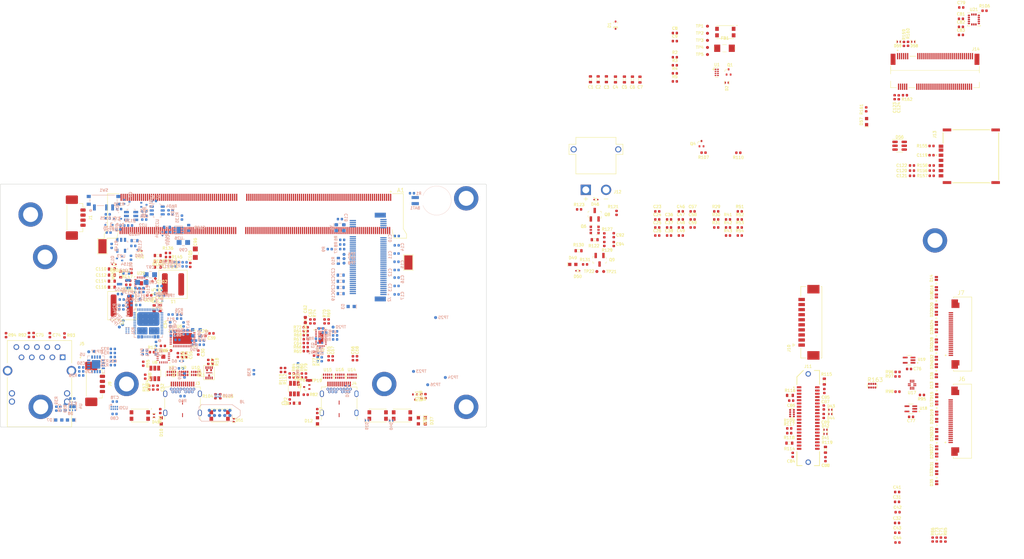
<source format=kicad_pcb>
(kicad_pcb (version 20221018) (generator pcbnew)
  (layers (0 "F.Cu" signal) (1 "In1.Cu" signal) (2 "In2.Cu" signal) (3 "In3.Cu" signal) (4 "In4.Cu" signal) (5 "In5.Cu" signal) (6 "In6.Cu" signal) (31 "B.Cu" signal) (34 "B.Paste" user) (35 "F.Paste" user) (36 "B.SilkS" user "B.Silkscreen") (37 "F.SilkS" user "F.Silkscreen") (38 "B.Mask" user) (39 "F.Mask" user) (44 "Edge.Cuts" user))
  (net 0 "")
  (net 1 "GND")
  (net 2 "CSI1_D0_N")
  (net 3 "CSI0_D0_N")
  (net 4 "CSI1_D0_P")
  (net 5 "CSI0_D0_P")
  (net 7 "CSI0_CLK_N")
  (net 9 "CSI0_CLK_P")
  (net 10 "CSI1_D1_N")
  (net 11 "CSI0_D1_N")
  (net 12 "CSI1_D1_P")
  (net 13 "CSI0_D1_P")
  (net 14 "CSI3_D0_N")
  (net 15 "CSI2_D0_N")
  (net 16 "CSI3_D0_P")
  (net 17 "CSI2_D0_P")
  (net 19 "CSI2_CLK_N")
  (net 21 "CSI2_CLK_P")
  (net 22 "CSI3_D1_N")
  (net 23 "CSI2_D1_N")
  (net 24 "CSI3_D1_P")
  (net 25 "CSI2_D1_P")
  (net 26 "USBSS1_RX_N")
  (net 28 "USBSS1_RX_P")
  (net 30 "USBSS1_TX_N")
  (net 32 "USBSS1_TX_P")
  (net 34 "USBSS2_RX_N")
  (net 36 "USBSS2_RX_P")
  (net 38 "USBSS2_TX_N")
  (net 40 "USBSS2_TX_P")
  (net 42 "DP1_TXD0_N")
  (net 44 "DP1_TXD0_P")
  (net 46 "DP1_TXD1_N")
  (net 48 "DP1_TXD1_P")
  (net 50 "DP1_TXD2_N")
  (net 52 "DP1_TXD2_P")
  (net 54 "DP1_TXD3_N")
  (net 56 "DP1_TXD3_P")
  (net 58 "USB_FLASH_ID")
  (net 60 "SPIO_MOSI")
  (net 62 "SPIO_SCK")
  (net 64 "SPIO_MISO")
  (net 65 "Net-(A1E-HDMI_CEC)")
  (net 66 "~{SPI0_CS0}")
  (net 67 "/SoM/DP1_HPD")
  (net 69 "DP1_AUX_N")
  (net 71 "DP1_AUX_P")
  (net 78 "USB0_D_N")
  (net 80 "USB0_D_P")
  (net 82 "CAM0_PWDN")
  (net 84 "CAM0_MCLK")
  (net 86 "USBC1_PEN")
  (net 87 "CAM1_PWDN")
  (net 88 "USB2_D_N")
  (net 89 "CAM1_MCLK")
  (net 90 "USB2_D_P")
  (net 91 "USBC1_FLG")
  (net 92 "USER_LED0")
  (net 93 "USER_LED1")
  (net 94 "USER_BTN0")
  (net 95 "USER_BTN1")
  (net 96 "PCIE0_RX0_N")
  (net 97 "PCIE0_RX0_P")
  (net 98 "PCIE0_TX0_N")
  (net 99 "PCIE0_TX0_P")
  (net 100 "PCIE0_RX1_N")
  (net 101 "PCIE0_RX1_P")
  (net 102 "PCIE0_TX1_N")
  (net 103 "PCIE0_TX1_P")
  (net 104 "Net-(A1C-CAN_RX)")
  (net 105 "Net-(A1C-CAN_TX)")
  (net 106 "PCIE0_TX2_N")
  (net 107 "PCIE0_RX2_N")
  (net 108 "PCIE0_TX2_P")
  (net 109 "PCIE0_RX2_P")
  (net 110 "PCIE0_TX3_N")
  (net 111 "PCIE0_RX3_N")
  (net 112 "PCIE0_TX3_P")
  (net 113 "PCIE0_RX3_P")
  (net 114 "PCIE0_CLK_N")
  (net 115 "USBSS0_RX_N")
  (net 116 "PCIE0_CLK_P")
  (net 117 "USBSS0_RX_P")
  (net 118 "USBSS0_TX_N")
  (net 120 "USBSS0_TX_P")
  (net 126 "/SoM/~{MOD_SLEEP}")
  (net 127 "PCIE_WAKE*")
  (net 128 "PCIE0_CLKREQ*")
  (net 129 "PCIE0_RST*")
  (net 132 "GBE_MDI0_N")
  (net 133 "SYS_SCL")
  (net 134 "GBE_MDI0_P")
  (net 135 "SYS_SDA")
  (net 136 "GBE_LED_LINK")
  (net 138 "GBE_MDI1_N")
  (net 140 "GBE_MDI1_P")
  (net 142 "GBE_LED_ACT")
  (net 144 "GBE_MDI2_N")
  (net 146 "GBE_MDI2_P")
  (net 148 "GBE_MDI3_N")
  (net 149 "UART1_TXD")
  (net 150 "GBE_MDI3_P")
  (net 151 "UART1_RXD")
  (net 152 "GPIO_PAC")
  (net 154 "FAN_TACH")
  (net 156 "Net-(A1A-CLK_32K_OUT)")
  (net 157 "GPIO09")
  (net 158 "GPIO10")
  (net 159 "SCL_CAM")
  (net 160 "/SoM/~{FORCE_RECOVERY}")
  (net 161 "SDA_CAM")
  (net 162 "CAM_MUX_SEL")
  (net 164 "USBC0_FLG")
  (net 176 "FAN_PWM")
  (net 178 "~{SHUTDOWN_REQ}")
  (net 180 "/SoM/PMIC_BBAT")
  (net 181 "/SoM/DEBUG_TXD_1V8")
  (net 182 "POWER_EN")
  (net 183 "/SoM/DEBUG_RXD_1V8")
  (net 184 "~{RESET}")
  (net 185 "/SoM/SLEEP{slash}~{WAKE}")
  (net 186 "/SoM/SoM_5V_IN")
  (net 189 "Net-(BAT1-Pad+)")
  (net 190 "+1V8")
  (net 191 "+3V3")
  (net 192 "/M.2/C_PCIE0_TX0_P")
  (net 193 "/M.2/C_PCIE0_TX1_P")
  (net 194 "/M.2/C_PCIE0_TX2_P")
  (net 195 "/M.2/C_PCIE0_TX3_P")
  (net 196 "/M.2/C_PCIE0_TX0_N")
  (net 197 "/M.2/C_PCIE0_TX1_N")
  (net 198 "/M.2/C_PCIE0_TX2_N")
  (net 199 "/M.2/C_PCIE0_TX3_N")
  (net 200 "/M.2/3V3_M2")
  (net 201 "/USB Debug, DP/PDC_LDO_1V8")
  (net 202 "/USB Debug, DP/PDC_LDO_3V3")
  (net 203 "EEPROM_PWR")
  (net 204 "/USB Debug, DP/USBC3_VBUS")
  (net 205 "Net-(U6-AUX_P)")
  (net 206 "Net-(U6-AUX_N)")
  (net 207 "/USB Debug, DP/FTDI_3V3")
  (net 208 "Net-(U5-~{RESET})")
  (net 209 "/USB Debug, DP/USBSS0_RX_C_P")
  (net 210 "/USB Debug, DP/USBSS0_TX_C_P")
  (net 211 "/USB Debug, DP/USBSS0_RX_C_N")
  (net 212 "/USB Debug, DP/USBSS0_TX_C_N")
  (net 213 "Net-(U6-DP0_P)")
  (net 214 "Net-(U6-DP1_P)")
  (net 215 "Net-(U6-DP2_P)")
  (net 216 "Net-(U6-DP3_P)")
  (net 217 "Net-(U6-DP0_N)")
  (net 218 "Net-(U6-DP1_N)")
  (net 219 "Net-(U6-DP2_N)")
  (net 220 "Net-(U6-DP3_N)")
  (net 221 "+5V")
  (net 222 "USBPD_HV")
  (net 223 "/USB Debug, DP/USBC0_TX1_N")
  (net 224 "/USB Debug, DP/USBC0_CONN_TX1_N")
  (net 225 "/USB Debug, DP/USBC0_TX2_N")
  (net 226 "/USB Debug, DP/USBC0_CONN_TX2_N")
  (net 227 "/USB Debug, DP/USBC0_TX1_P")
  (net 228 "/USB Debug, DP/USBC0_CONN_TX1_P")
  (net 229 "/USB Debug, DP/USBC0_TX2_P")
  (net 230 "/USB Debug, DP/USBC0_CONN_TX2_P")
  (net 231 "/USB Debug, DP/USBC0_VBUS")
  (net 232 "/USB3/USBC1_TX1_N")
  (net 233 "/USB3/USBC1_CONN_TX1_N")
  (net 234 "/USB3/USBC1_TX2_N")
  (net 235 "/USB3/USBC1_CONN_TX2_N")
  (net 236 "/USB3/USBC1_TX1_P")
  (net 237 "/USB3/USBC1_CONN_TX1_P")
  (net 238 "/USB3/USBC1_TX2_P")
  (net 239 "/USB3/USBC1_CONN_TX2_P")
  (net 240 "/USB3/USBC1_VBUS")
  (net 241 "Net-(C71-Pad1)")
  (net 242 "Net-(C73-Pad2)")
  (net 243 "Net-(J5-P5)")
  (net 244 "Net-(J5-SHIELD1)")
  (net 245 "Net-(U21-VDDIO)")
  (net 246 "Net-(U21-REGOUT)")
  (net 247 "/Peripherals/3V3_CONN")
  (net 248 "/Peripherals/1V8_CONN")
  (net 249 "/Peripherals/5V_CONN")
  (net 250 "/Peripherals/USBSS1_TX_P_CONN")
  (net 251 "/Peripherals/12V_CONN")
  (net 252 "/Peripherals/USBSS1_TX_N_CONN")
  (net 253 "Net-(Q7-D)")
  (net 254 "Net-(U22-2A)")
  (net 255 "/Supply/VCC_IN")
  (net 256 "Net-(Q9-G)")
  (net 257 "3V3_STDB")
  (net 258 "VCC")
  (net 259 "Net-(Q11-G)")
  (net 260 "Net-(U24-V_{CC})")
  (net 261 "Net-(U25-V_{CC})")
  (net 262 "Net-(U24-BST)")
  (net 263 "/Supply/5V_SW")
  (net 264 "Net-(U25-BST)")
  (net 265 "/Supply/3V3_SW")
  (net 266 "/Supply/5V_OUT")
  (net 267 "/Supply/3V3_OUT")
  (net 268 "/Supply/3V3_LDO")
  (net 269 "/Supply/1V8_LDO")
  (net 270 "Net-(D56-IO2)")
  (net 271 "Net-(D56-IO3)")
  (net 272 "Net-(D56-IO4)")
  (net 273 "Net-(D56-IO5)")
  (net 274 "Net-(J2-LED)")
  (net 275 "Net-(D3-Pad1)")
  (net 276 "Net-(D5-Pad1)")
  (net 277 "Net-(D6-Pad1)")
  (net 278 "/USB Debug, DP/FTDI_LED_RX")
  (net 279 "Net-(D7-Pad1)")
  (net 280 "/USB Debug, DP/FTDI_LED_TX")
  (net 281 "Net-(D8-Pad1)")
  (net 282 "Net-(D10-Pad1)")
  (net 283 "Net-(D12-Pad1)")
  (net 284 "Net-(Q4-D)")
  (net 285 "Net-(D37-Pad1)")
  (net 286 "Net-(Q5-D)")
  (net 287 "Net-(D38-Pad1)")
  (net 288 "Net-(Q8-D)")
  (net 289 "Net-(D48-Pad1)")
  (net 290 "Net-(D49-Pad1)")
  (net 291 "5V_SoM")
  (net 292 "Net-(D56-IO1)")
  (net 293 "Net-(J14-~{LED1})")
  (net 294 "Net-(D57-Pad1)")
  (net 298 "/M.2/32.7KHZ_OUT")
  (net 310 "/M.2/M2_M_SMB_CLK")
  (net 311 "/M.2/M2_M_SMB_DATA")
  (net 312 "/M.2/~{M2_M_ALERT}")
  (net 315 "Net-(J2-~{PEWAKE})")
  (net 318 "/USB Debug, DP/USBC0_CC1")
  (net 319 "/USB Debug, DP/USBC0_SBU_N")
  (net 320 "/USB Debug, DP/USBC0_RX2_N")
  (net 321 "/USB Debug, DP/USBC0_RX2_P")
  (net 322 "/USB Debug, DP/USBC0_CC2")
  (net 323 "/USB Debug, DP/USBC0_SBU_P")
  (net 324 "/USB Debug, DP/USBC0_RX1_N")
  (net 325 "/USB Debug, DP/USBC0_RX1_P")
  (net 326 "/USB3/USBC1_CC1")
  (net 328 "/USB3/USBC1_RX2_N")
  (net 329 "/USB3/USBC1_RX2_P")
  (net 330 "/USB3/USBC1_CC2")
  (net 332 "/USB3/USBC1_RX1_N")
  (net 333 "/USB3/USBC1_RX1_P")
  (net 334 "/Cameras/CAM0_I2C_SDA")
  (net 335 "/Cameras/CAM0_I2C_SCL")
  (net 336 "/Cameras/CAM1_I2C_SDA")
  (net 337 "/Cameras/CAM1_I2C_SCL")
  (net 338 "Net-(J8-Pad3)")
  (net 339 "Net-(J8-Pad4)")
  (net 341 "Net-(J8-Pad7)")
  (net 342 "Net-(J8-Pad8)")
  (net 343 "Net-(J8-Pad9)")
  (net 344 "Net-(J8-Pad10)")
  (net 345 "/Peripherals/FAN_PWM_5V")
  (net 346 "/Peripherals/FAN_TACH_5V")
  (net 347 "/Peripherals/FC_TX")
  (net 348 "/Peripherals/FC_RX")
  (net 349 "/Peripherals/IO1")
  (net 350 "/Peripherals/IO2")
  (net 351 "/Peripherals/IO3")
  (net 352 "/Peripherals/IO4")
  (net 353 "/Peripherals/IO5")
  (net 354 "/Peripherals/UART1_RXD_CONN")
  (net 355 "/Peripherals/GPIO_PAC_CONN")
  (net 356 "Net-(J11-Pad27)")
  (net 357 "Net-(J11-Pad29)")
  (net 359 "Net-(J14-~{FULL_CARD_POWER_OFF})")
  (net 360 "Net-(J14-USB_D+)")
  (net 362 "Net-(J14-USB_D-)")
  (net 400 "USBC_HPD")
  (net 401 "Net-(Q1-S)")
  (net 402 "Net-(Q2-D)")
  (net 403 "/USB3/USBC1_ID")
  (net 404 "Net-(Q3-G)")
  (net 405 "Net-(Q8-G)")
  (net 406 "Net-(Q6-Pad2)")
  (net 407 "PWR_SOFT")
  (net 408 "Net-(Q10-D)")
  (net 409 "Net-(Q10-G)")
  (net 410 "Net-(Q12-D)")
  (net 411 "/USB Debug, DP/PDC_RESET")
  (net 412 "/USB Debug, DP/PDC_ADCIN1")
  (net 413 "/USB Debug, DP/PDC_ADCIN2")
  (net 414 "/USB Debug, DP/PDC_I2C2_SDA")
  (net 415 "/USB Debug, DP/PDC_I2C2_SCL")
  (net 416 "PDC_MISO")
  (net 417 "/USB Debug, DP/PDC_I2C1_SDA")
  (net 418 "/USB Debug, DP/PDC_I2C1_SCL")
  (net 419 "/USB Debug, DP/PDC_CTL1")
  (net 420 "/USB Debug, DP/PDC_CTL0")
  (net 421 "/USB Debug, DP/PDC_FLIP")
  (net 424 "/USB Debug, DP/USBC0_FLIP")
  (net 425 "/USB Debug, DP/USBC0_CTL0")
  (net 426 "/USB Debug, DP/USBC0_CTL1")
  (net 427 "/USB Debug, DP/PDC_HPD2")
  (net 428 "/USB Debug, DP/PDC_I2C1_IRQn")
  (net 429 "/USB Debug, DP/PDC_GPIO14")
  (net 430 "/USB Debug, DP/PDC_GPIO15")
  (net 431 "/USB Debug, DP/HPDIN")
  (net 432 "DEBUG_RXD")
  (net 433 "Net-(U5-TXD)")
  (net 434 "DEBUG_TXD")
  (net 435 "Net-(U5-RXD)")
  (net 436 "Net-(U5-~{RTS})")
  (net 438 "Net-(U5-~{CTS})")
  (net 439 "/USB Debug, DP/USBC0_I2C_EN")
  (net 440 "/USB Debug, DP/USBC0_SSEQ0")
  (net 441 "/USB Debug, DP/USBC0_SSEQ1")
  (net 442 "/USB Debug, DP/USBC0_DPEQ0")
  (net 443 "/USB Debug, DP/USBC0_DPEQ1")
  (net 444 "/USB Debug, DP/USBC0_EQ0")
  (net 445 "/USB Debug, DP/USBC0_EQ1")
  (net 446 "/USB Debug, DP/USBC0_5V_PEN")
  (net 447 "Net-(U8-EN)")
  (net 448 "Net-(U8-ISET)")
  (net 449 "/USB3/USBC1_ADDR")
  (net 450 "/USB3/USBC1_PORT")
  (net 451 "/USB3/USBSS1_C_RX_N")
  (net 452 "/USB3/USBSS1_C_RX_P")
  (net 453 "/USB3/USBSS1_C_TX_N")
  (net 454 "/USB3/USBSS1_C_TX_P")
  (net 455 "/USB3/USBC1_I2C_SDA")
  (net 456 "/USB3/USBC1_ISC_SCL")
  (net 457 "/USB3/~{USBC1_INT}")
  (net 458 "/USB3/USBC1_I_MODE")
  (net 459 "/USB3/~{USBC1_EN_MUX}")
  (net 460 "/USB3/~{USBC1_EN_CC}")
  (net 461 "/USB3/USBC1_DIR")
  (net 462 "/USB3/USBC1_FAULT_N")
  (net 463 "/USB3/USBC1_VBUS_DET")
  (net 464 "/USB3/USBC1_ISET")
  (net 465 "USB_FTDI_N")
  (net 466 "USB_FTDI_P")
  (net 467 "Net-(J5-LED_YEL-)")
  (net 468 "Net-(J5-LED_GRN-)")
  (net 469 "Net-(U17-D+)")
  (net 470 "Net-(U17-D-)")
  (net 471 "Net-(U17-~OE)")
  (net 472 "PDC_MOSI")
  (net 473 "PDC_SCLK")
  (net 474 "~{PDC_CS}")
  (net 475 "Net-(U21-INT)")
  (net 477 "/Peripherals/UART1_TXD_CONN")
  (net 479 "+12V")
  (net 480 "Net-(R124-Pad1)")
  (net 481 "Net-(U22-~{1Y})")
  (net 482 "Net-(U23-Q)")
  (net 483 "/Supply/5V0_EN")
  (net 484 "Net-(U24-MODE)")
  (net 485 "Net-(U25-MODE)")
  (net 486 "/Supply/3V3_EN")
  (net 487 "Net-(U24-PG)")
  (net 488 "Net-(U25-PG)")
  (net 489 "/Supply/5V_FB")
  (net 490 "/Supply/3V3_FB")
  (net 491 "Net-(U27-EN)")
  (net 492 "Net-(J13-PadCD)")
  (net 493 "Net-(J13-I{slash}O)")
  (net 494 "Net-(J13-CLK)")
  (net 495 "Net-(J13-RST)")
  (net 497 "/USB Debug, DP/PDC_I2C2_IRQn")
  (net 498 "/USB Debug, DP/PDC_I2C3_SCL")
  (net 499 "/USB Debug, DP/PDC_I2C3_SDA")
  (net 500 "/USB Debug, DP/~{PDC_I2C3_IRQ}")
  (net 501 "Net-(U2A-GPIO3{slash}HPD)")
  (net 502 "Net-(U6-CAD_SNK{slash}RSVD1)")
  (net 503 "/USB Debug, DP/FTDI_CBUS0")
  (net 504 "/USB Debug, DP/FTDI_CBUS3")
  (net 505 "Net-(U2B-DRAIN1-Pad15)")
  (net 521 "Net-(D33-PadK)")
  (net 522 "Net-(D34-PadK)")
  (footprint "jetson-orin-baseboard-footprints:0402-res" (layer "F.Cu") (at 196.2428 39.383)
    (fp_text reference "R3")
    (fp_text value "0")
  )
  (footprint "jetson-orin-baseboard-footprints:0402-res" (layer "F.Cu") (at 105.95 117.2 180)
    (fp_text reference "R78")
    (fp_text value "R_10k_0402")
  )
  (footprint "jetson-orin-baseboard-footprints:LED_0603" (layer "F.Cu") (at 171.0572 88.56665)
    (fp_text reference "D49")
    (fp_text value "LTST-C190GKT")
  )
  (footprint "jetson-orin-baseboard-footprints:0402-cap" (layer "F.Cu") (at 254.7624 64.137 180)
    (fp_text reference "C122")
    (fp_text value "22p")
  )
  (footprint "jetson-orin-baseboard-footprints:0402-cap" (layer "F.Cu") (at 191.8994 77.4566)
    (fp_text reference "C24")
    (fp_text value "C_100n_0402")
  )
  (footprint "jetson-orin-baseboard-footprints:9774060151" (layer "F.Cu") (at 84.328 90.3732)
    (fp_text reference "SP5" hide)
    (fp_text value "9774060151")
  )
  (footprint "jetson-orin-baseboard-footprints:0402-cap" (layer "F.Cu") (at 254.7624 65.407 180)
    (fp_text reference "C120")
    (fp_text value "22p")
  )
  (footprint "jetson-orin-baseboard-footprints:SOT-23-3" (layer "F.Cu") (at 176.4674 76.29845 90)
    (fp_text reference "Q8")
    (fp_text value "SSM3J332R")
  )
  (footprint "jetson-orin-baseboard-footprints:WE_632723300011" (layer "F.Cu") (at 113.40008 123.75)
    (fp_text reference "J4")
    (fp_text value "WE_632723300011_alt_symbol")
  )
  (footprint "jetson-orin-baseboard-footprints:SW_SPST_4.2x2.8" (layer "F.Cu") (at 122.9 125.9 180)
    (fp_text reference "S2")
    (fp_text value "KMR2")
  )
  (footprint "jetson-orin-baseboard-footprints:0402-cap" (layer "F.Cu") (at 251.0984 144.7878)
    (fp_text reference "C41")
    (fp_text value "100n")
  )
  (footprint "jetson-orin-baseboard-footprints:0402-cap" (layer "F.Cu") (at 67.7 92.4 -135)
    (fp_text reference "C102")
    (fp_text value "C_100n_0402")
  )
  (footprint "jetson-orin-baseboard-footprints:0402-res" (layer "F.Cu") (at 62.15 90.2 -90)
    (fp_text reference "R141")
    (fp_text value "R_0R_0402")
  )
  (footprint "jetson-orin-baseboard-footprints:XDFN-2_1x0.60mm" (layer "F.Cu") (at 233.4094 129.4092)
    (fp_text reference "D42")
    (fp_text value "TPD1E0B04DPYR " hide)
  )
  (footprint "jetson-orin-baseboard-footprints:0402-res" (layer "F.Cu") (at 209.3594 81.4366)
    (fp_text reference "R43")
    (fp_text value "R_1k_0402")
  )
  (footprint "jetson-orin-baseboard-footprints:USON-10_2.5x1.0mm_P0.5mm" (layer "F.Cu") (at 72 115.5 90)
    (fp_text reference "U7")
    (fp_text value "TPD4E05U06QDQARQ1")
  )
  (footprint "jetson-orin-baseboard-footprints:0603-res" (layer "F.Cu") (at 176.4532 82.47065)
    (fp_text reference "R122")
    (fp_text value "R_0R_0603_HPWR")
  )
  (footprint "jetson-orin-baseboard-footprints:LED_0603" (layer "F.Cu") (at 132.95 127.2 -90)
    (fp_text reference "D38")
    (fp_text value "LTST-C190GKT")
  )
  (footprint "jetson-orin-baseboard-footprints:0603-cap" (layer "F.Cu") (at 105.05 102.3 90)
    (fp_text reference "C62")
    (fp_text value "C_10u_0603")
  )
  (footprint "jetson-orin-baseboard-footprints:DFN1006-2" (layer "F.Cu") (at 260.8565 129.5845 -90)
    (fp_text reference "D23")
    (fp_text value "Zener")
  )
  (footprint "jetson-orin-baseboard-footprints:XDFN-2_1x0.60mm" (layer "F.Cu") (at 233.4094 130.434)
    (fp_text reference "D41")
    (fp_text value "TPD1E0B04DPYR " hide)
  )
  (footprint "jetson-orin-baseboard-footprints:0402-cap" (layer "F.Cu") (at 110.8 111.75 -90)
    (fp_text reference "C65")
    (fp_text value "C_100n_0402")
  )
  (footprint "jetson-orin-baseboard-footprints:DFN1006-2" (layer "F.Cu") (at 260.8565 142.4902 -90)
    (fp_text reference "D35")
    (fp_text value "Zener")
  )
  (footprint "jetson-orin-baseboard-footprints:0402-res" (layer "F.Cu") (at 134.7 121.1 90)
    (fp_text reference "R108")
    (fp_text value "R_200R_0402")
  )
  (footprint "jetson-orin-baseboard-footprints:AMASS_XT30PW-M" (layer "F.Cu") (at 176.7722 60.1504)
    (fp_text reference "J12")
    (fp_text value "XT30PW-M")
  )
  (footprint "jetson-orin-baseboard-footprints:0402-res" (layer "F.Cu") (at 196.2428 41.373)
    (fp_text reference "R4")
    (fp_text value "10k")
  )
  (footprint "jetson-orin-baseboard-footprints:0402-cap" (layer "F.Cu") (at 76.65 88.7 -90)
    (fp_text reference "C105")
    (fp_text value "C_100n_0402")
  )
  (footprint "jetson-orin-baseboard-footprints:0402-cap" (layer "F.Cu") (at 254.0399 114.3962)
    (fp_text reference "C76")
    (fp_text value "0.1u")
  )
  (footprint "jetson-orin-baseboard-footprints:0402-res" (layer "F.Cu") (at 209.3594 79.4466)
    (fp_text reference "R42")
    (fp_text value "R_1k_0402")
  )
  (footprint "jetson-orin-baseboard-footprints:0402-cap" (layer "F.Cu") (at 251.1746 157.2592)
    (fp_text reference "C44")
    (fp_text value "100n")
  )
  (footprint "jetson-orin-baseboard-footprints:0603-cap" (layer "F.Cu") (at 183.7944 42.8812 -90)
    (fp_text reference "C5")
    (fp_text value "C_22u_0603_16V")
  )
  (footprint "jetson-orin-baseboard-footprints:0402-res" (layer "F.Cu") (at 263.0134 156.5504 -90)
    (fp_text reference "R85")
    (fp_text value "R_27R_0402")
  )
  (footprint "jetson-orin-baseboard-footprints:Testpoint_smd_0_75mm" (layer "F.Cu") (at 204.2938 31.5324)
    (fp_text reference "TP2")
    (fp_text value "TP_SMD_0_75MM" hide)
  )
  (footprint "jetson-orin-baseboard-footprints:0402-cap" (layer "F.Cu") (at 251.073 152.4332)
    (fp_text reference "C32")
    (fp_text value "100n")
  )
  (footprint "jetson-orin-baseboard-footprints:0402-cap" (layer "F.Cu") (at 191.8994 75.4666)
    (fp_text reference "C23")
    (fp_text value "C_10u_0402")
  )
  (footprint "jetson-orin-baseboard-footprints:0603-res" (layer "F.Cu") (at 233.13 117.5108 90)
    (fp_text reference "R115")
    (fp_text value "R_0R_0603")
  )
  (footprint "jetson-orin-baseboard-footprints:0402-cap" (layer "F.Cu") (at 251.1238 154.8462)
    (fp_text reference "C43")
    (fp_text value "100n")
  )
  (footprint "jetson-orin-baseboard-footprints:0402-res" (layer "F.Cu") (at 31.1912 106.0474 90)
    (fp_text reference "R94")
    (fp_text value "R_200R_0402")
  )
  (footprint "jetson-orin-baseboard-footprints:XDFN-2_1x0.60mm" (layer "F.Cu") (at 87.4 127.05 90)
    (fp_text reference "D51")
    (fp_text value "TPD1E0B04DPYR " hide)
  )
  (footprint "jetson-orin-baseboard-footprints:0402-cap" (layer "F.Cu") (at 71.7 103.35 90)
    (fp_text reference "C34")
    (fp_text value "C_100n_0402")
  )
  (footprint "jetson-orin-baseboard-footprints:0402-cap" (layer "F.Cu") (at 266.843 31.8858)
    (fp_text reference "C83")
    (fp_text value "0.47u")
  )
  (footprint "jetson-orin-baseboard-footprints:0402-res" (layer "F.Cu") (at 105.15 105.05)
    (fp_text reference "R64")
    (fp_text value "R_10k_0402")
  )
  (footprint "jetson-orin-baseboard-footprints:LED_0603" (layer "F.Cu") (at 108.05 127.2 90)
    (fp_text reference "D12")
    (fp_text value "LTST-C190GKT")
  )
  (footprint "jetson-orin-baseboard-footprints:0402-res" (layer "F.Cu") (at 99.05 114.65 -90)
    (fp_text reference "R113")
    (fp_text value "R_10k_0402")
  )
  (footprint "jetson-orin-baseboard-footprints:0402-res" (layer "F.Cu") (at 252.7716 34.1056 -90)
    (fp_text reference "R159")
    (fp_text value "0")
  )
  (footprint "jetson-orin-baseboard-footprints:0402-cap" (layer "F.Cu") (at 200.6294 79.4466)
    (fp_text reference "C59")
    (fp_text value "C_10u_0402")
  )
  (footprint "jetson-orin-baseboard-footprints:0402-cap" (layer "F.Cu") (at 101.2 122.4 -90)
    (fp_text reference "C72")
    (fp_text value "C_100n_0402")
  )
  (footprint "jetson-orin-baseboard-footprints:0402-res" (layer "F.Cu") (at 196.2428 37.393)
    (fp_text reference "R2")
    (fp_text value "R_4k7_0402")
  )
  (footprint "jetson-orin-baseboard-footprints:0603-cap" (layer "F.Cu") (at 67.75 99.4 -90)
    (fp_text reference "C115")
    (fp_text value "C_22u_0603_16V")
  )
  (footprint "jetson-orin-baseboard-footprints:DFN1006-2" (layer "F.Cu") (at 260.8565 133.8715 -90)
    (fp_text reference "D27")
    (fp_text value "Zener")
  )
  (footprint "jetson-orin-baseboard-footprints:0402-res" (layer "F.Cu") (at 104.2 116 -90)
    (fp_text reference "R80")
    (fp_text value "R_10k_0402")
  )
  (footprint "jetson-orin-baseboard-footprints:LED_0603" (layer "F.Cu") (at 134.65 127.2 -90)
    (fp_text reference "D37")
    (fp_text value "LTST-C190GKT")
  )
  (footprint "jetson-orin-baseboard-footprints:0402-res" (layer "F.Cu") (at 108.175 110.625 90)
    (fp_text reference "R73")
    (fp_text value "R_0R_0402")
  )
  (footprint "jetson-orin-baseboard-footprints:0402-res" (layer "F.Cu") (at 65.535 116.3 -90)
    (fp_text reference "R56")
    (fp_text value "R_0R_0402")
  )
  (footprint "jetson-orin-baseboard-footprints:0402-res" (layer "F.Cu") (at 61.35 92.6 180)
    (fp_text reference "R147")
    (fp_text value "R_20k_0402")
  )
  (footprint "jetson-orin-baseboard-footprints:0402-res" (layer "F.Cu") (at 61.35 93.6)
    (fp_text reference "R146")
    (fp_text value "R_90k9_0402")
  )
  (footprint "jetson-orin-baseboard-footprints:0603-cap" (layer "F.Cu") (at 185.7756 42.8924 -90)
    (fp_text reference "C6")
    (fp_text value "C_22u_0603_16V")
  )
  (footprint "jetson-orin-baseboard-footprints:0402-cap" (layer "F.Cu") (at 105.154938 108 180)
    (fp_text reference "C64")
    (fp_text value "C_100n_0402")
  )
  (footprint "jetson-orin-baseboard-footprints:DFN1006-2" (layer "F.Cu") (at 260.8565 139.9873 90)
    (fp_text reference "D33")
    (fp_text value "Zener")
  )
  (footprint "jetson-orin-baseboard-footprints:DFN1006-2" (layer "F.Cu") (at 260.7861 100.6515 90)
    (fp_text reference "D22")
    (fp_text value "Zener")
  )
  (footprint "jetson-orin-baseboard-footprints:0402-res" (layer "F.Cu") (at 212.2694 81.4366)
    (fp_text reference "R54")
    (fp_text value "R_1k_0402")
  )
  (footprint "jetson-orin-baseboard-footprints:0402-cap" (layer "F.Cu") (at 194.8094 79.4466)
    (fp_text reference "C37")
    (fp_text value "C_100n_0402")
  )
  (footprint "jetson-orin-baseboard-footprints:SW_SPST_4.2x2.8" (layer "F.Cu") (at 64.2 125.9)
    (fp_text reference "S4")
    (fp_text value "KMR2")
  )
  (footprint "jetson-orin-baseboard-footprints:MOLEX_532611071" (layer "F.Cu") (at 229.9296 102.8662 90)
    (fp_text reference "J10")
    (fp_text value "532611071")
  )
  (footprint "jetson-orin-baseboard-footprints:0402-res" (layer "F.Cu") (at 105.2 116 -90)
    (fp_text reference "R79")
    (fp_text value "R_1k_0402")
  )
  (footprint "jetson-orin-baseboard-footprints:SOT-23-3" (layer "F.Cu") (at 177.6612 87.42365 -90)
    (fp_text reference "Q9")
    (fp_text value "SSM3J332R")
  )
  (footprint "jetson-orin-baseboard-footprints:DFN1006-2" (layer "F.Cu") (at 260.8565 131.3767 90)
    (fp_text reference "D25")
    (fp_text value "Zener")
  )
  (footprint "jetson-orin-baseboard-footprints:DFN1006-2" (layer "F.Cu") (at 260.7861 113.5801 90)
    (fp_text reference "D34")
    (fp_text value "Zener")
  )
  (footprint "jetson-orin-baseboard-footprints:9774060151" (layer "F.Cu") (at 64.6176 91.5924)
    (fp_text reference "SP3" hide)
    (fp_text value "9774060151")
  )
  (footprint "jetson-orin-baseboard-footprints:SOD-923" (layer "F.Cu") (at 64.25 85.225 180)
    (fp_text reference "D52")
    (fp_text value "ESD9X5.0ST5G")
  )
  (footprint "jetson-orin-baseboard-footprints:0402-cap" (layer "F.Cu") (at 42.0116 106.045 90)
    (fp_text reference "C74")
    (fp_text value "C_10n_0402")
  )
  (footprint "jetson-orin-baseboard-footprints:TSOT23-6" (layer "F.Cu") (at 102.35 119.25)
    (fp_text reference "U13")
    (fp_text value "AP22615")
  )
  (footprint "jetson-orin-baseboard-footprints:Testpoint_smd_0_75mm" (layer "F.Cu") (at 177.0008 90.37005)
    (fp_text reference "TP22")
    (fp_text value "TP_SMD_0_75MM" hide)
  )
  (footprint "jetson-orin-baseboard-footprints:QFN40P140X180X55-10N" (layer "F.Cu") (at 254.7851 118.2892 180)
    (fp_text reference "U17")
    (fp_text value "TS3USB30ERSWR")
  )
  (footprint "jetson-orin-baseboard-footprints:0402-res" (layer "F.Cu") (at 84.074 121.135 90)
    (fp_text reference "R103")
    (fp_text value "R_0R_0402")
  )
  (footprint "jetson-orin-baseboard-footprints:0603-res" (layer "F.Cu") (at 233.4094 134.3598 -90)
    (fp_text reference "R119")
    (fp_text value "R_0R_0603")
  )
  (footprint "jetson-orin-baseboard-footprints:0402-res" (layer "F.Cu") (at 71.15 86.75 180)
    (fp_text reference "R145")
    (fp_text value "R_15k_0402")
  )
  (footprint "jetson-orin-baseboard-footprints:Molex_PicoBlade_53398-0471_1x04-1MP_P1.25mm_Vertical" (layer "F.Cu") (at 53.7224 118.09 -90)
    (fp_text reference "J9")
    (fp_text value "533980471")
  )
  (footprint "jetson-orin-baseboard-footprints:USON-10_2.5x1.0mm_P0.5mm" (layer "F.Cu") (at 75 115.5 90)
    (fp_text reference "U11")
    (fp_text value "TPD4E05U06QDQARQ1")
  )
  (footprint "jetson-orin-baseboard-footprints:DFN1006-2" (layer "F.Cu") (at 260.7861 116.0749 -90)
    (fp_text reference "D36")
    (fp_text value "Zener")
  )
  (footprint "jetson-orin-baseboard-footprints:0402-res" (layer "F.Cu") (at 224.4686 130.2474)
    (fp_text reference "R118")
    (fp_text value "R_0R_0402")
  )
  (footprint "jetson-orin-baseboard-footprints:0402-cap" (layer "F.Cu") (at 181.1664 83.53745 90)
    (fp_text reference "C94")
    (fp_text value "C_100n_0402")
  )
  (footprint "jetson-orin-baseboard-footprints:XDFN-2_1x0.60mm" (layer "F.Cu") (at 251.5016 33.5746 180)
    (fp_text reference "D59")
    (fp_text value "TPD1E0B04DPYR " hide)
  )
  (footprint "jetson-orin-baseboard-footprints:USON-10_2.5x1.0mm_P0.5mm" (layer "F.Cu") (at 116.55 116.178749 90)
    (fp_text reference "U14")
    (fp_text value "TPD4E05U06QDQARQ1")
  )
  (footprint "jetson-orin-baseboard-footprints:DFN1006-2" (layer "F.Cu") (at 260.7861 107.4587 -90)
    (fp_text reference "D28")
    (fp_text value "Zener")
  )
  (footprint "jetson-orin-baseboard-footprints:SOD-523" (layer "F.Cu") (at 181.61 29.4782 90)
    (fp_text reference "D1")
    (fp_text value "RB521S30T1G")
  )
  (footprint "jetson-orin-baseboard-footprints:LED_0603" (layer "F.Cu") (at 243.557 53.297 90)
    (fp_text reference "D57")
    (fp_text value "LTST-C190GKT")
  )
  (footprint "jetson-orin-baseboard-footprints:0402-cap" (layer "F.Cu") (at 197.7194 79.4466)
    (fp_text reference "C48")
    (fp_text value "100n")
  )
  (footprint "jetson-orin-baseboard-footprints:0402-cap" (layer "F.Cu") (at 194.8094 81.4366)
    (fp_text reference "C38")
    (fp_text value "C_100n_0402")
  )
  (footprint "jetson-orin-baseboard-footprints:0603-cap" (layer "F.Cu") (at 68.625 87.8 180)
    (fp_text reference "C111")
    (fp_text value "C_22u_0603_16V")
  )
  (footprint "jetson-orin-baseboard-footprints:0402-res" (layer "F.Cu") (at 212.2694 79.4466)
    (fp_text reference "R53")
    (fp_text value "R_1k_0402")
  )
  (footprint "jetson-orin-baseboard-footprints:0402-res" (layer "F.Cu") (at 251.2055 115.1282 180)
    (fp_text reference "R96")
    (fp_text value "R_0R_0402")
  )
  (footprint "jetson-orin-baseboard-footprints:DFN1006-2" (layer "F.Cu") (at 260.7861 103.1463 -90)
    (fp_text reference "D24")
    (fp_text value "Zener")
  )
  (footprint "jetson-orin-baseboard-footprints:Coilcraft-XAL6030" (layer "F.Cu") (at 72.4 93.5 180)
    (fp_text reference "L1")
    (fp_text value "XAL6030-182MEC")
  )
  (footprint "jetson-orin-baseboard-footprints:SOT-523" (layer "F.Cu") (at 202.819 58.743)
    (fp_text reference "Q4")
    (fp_text value "PJE138K")
  )
  (footprint "jetson-orin-baseboard-footprints:0402-cap" (layer "F.Cu") (at 200.6294 77.4566)
    (fp_text reference "C58")
    (fp_text value "C_4u7_0402_25V")
  )
  (footprint "jetson-orin-baseboard-footprints:0402-cap" (layer "F.Cu") (at 73.6 110.967469 -90)
    (fp_text reference "C56")
    (fp_text value "C_100n_0402")
  )
  (footprint "jetson-orin-baseboard-footprints:0402-res" (layer "F.Cu") (at 251.1777 116.2458 180)
    (fp_text reference "R97")
    (fp_text value "R_0R_0402")
  )
  (footprint "jetson-orin-baseboard-footprints:SOT-523" (layer "F.Cu") (at 132.1 121.34 180)
    (fp_text reference "Q5")
    (fp_text value "PJE138K")
  )
  (footprint "jetson-orin-baseboard-footprints:0402-res" (layer "F.Cu") (at 174.0822 88.56665)
    (fp_text reference "R131")
    (fp_text value "R_10k_0402")
  )
  (footprint "jetson-orin-baseboard-footprints:SOT65P210X110-5N" (layer "F.Cu") (at 254.4817 124.2433 180)
    (fp_text reference "U18")
    (fp_text value "SN74LV1T125DCKR")
  )
  (footprint "jetson-orin-baseboard-footprints:SOT-523" (layer "F.Cu") (at 209.5038 41.03136)
    (fp_text reference "Q1")
    (fp_text value "PJE138K")
  )
  (footprint "jetson-orin-baseboard-footprints:XDFN-2_1x0.60mm" (layer "F.Cu") (at 234.6028 125.5282)
    (fp_text reference "D44")
    (fp_text value "TPD1E0B04DPYR " hide)
  )
  (footprint "jetson-orin-baseboard-footprints:0402-res" (layer "F.Cu") (at 259.5884 59.311 180)
    (fp_text reference "R155")
    (fp_text value "22")
  )
  (footprint "jetson-orin-baseboard-footprints:0402-cap" (layer "F.Cu") (at 197.7194 81.4366)
    (fp_text reference "C49")
    (fp_text value "100n")
  )
  (footprint "jetson-orin-baseboard-footprints:0402-cap" (layer "F.Cu") (at 251.2048 149.7662)
    (fp_text reference "C42")
    (fp_text value "100n")
  )
  (footprint "jetson-orin-baseboard-footprints:Testpoint_smd_0_75mm" (layer "F.Cu") (at 71.87 109.89)
    (fp_text reference "TP16")
    (fp_text value "TP" hide)
  )
  (footprint "jetson-orin-baseboard-footprints:0402-res" (layer "F.Cu") (at 212.2694 75.4666)
    (fp_text reference "R51")
    (fp_text value "R_1k_0402")
  )
  (footprint "jetson-orin-baseboard-footprints:0402-res" (layer "F.Cu") (at 108 124.8 90)
    (fp_text reference "R87")
    (fp_text value "R_470R_0402")
  )
  (footprint "jetson-orin-baseboard-footprints:0402-cap" (layer "F.Cu") (at 254.534 126.2245)
    (fp_text reference "C77")
    (fp_text value "0.1u")
  )
  (footprint "jetson-orin-baseboard-footprints:0402-cap" (layer "F.Cu") (at 250.4856 47.2676 -90)
    (fp_text reference "C123")
    (fp_text value "C_10u_0402")
  )
  (footprint "jetson-orin-baseboard-footprints:0402-res" (layer "F.Cu") (at 105.15 104.1 180)
    (fp_text reference "R72")
    (fp_text value "R_10k_0402")
  )
  (footprint "jetson-orin-baseboard-footprints:0402-res" (layer "F.Cu") (at 71.15 87.725)
    (fp_text reference "R144")
    (fp_text value "R_110k_0402")
  )
  (footprint "jetson-orin-baseboard-footprints:0402-cap" (layer "F.Cu") (at 261.8958 156.525 90)
    (fp_text reference "C71")
    (fp_text value "47p")
  )
  (footprint "jetson-orin-baseboard-footprints:0402-cap" (layer "F.Cu") (at 117.8 111.75 -90)
    (fp_text reference "C68")
    (fp_text value "C_100n_0402")
  )
  (footprint "jetson-orin-baseboard-footprints:ABRACON_ARJM11C7-502-AB-ER2-T" (layer "F.Cu") (at 39.4534 117.8734)
    (fp_text reference "J5")
    (fp_text value "ARJM11C7-502-AB-ER2-T")
  )
  (footprint "jetson-orin-baseboard-footprints:Testpoint_smd_0_75mm" (layer "F.Cu") (at 204.2938 29.7824)
    (fp_text reference "TP1")
    (fp_text value "TP_SMD_0_75MM" hide)
  )
  (footprint "jetson-orin-baseboard-footprints:AMPHENOL_F32R-1A7H1-11022" (layer "F.Cu") (at 267.2065 127.2954 90)
    (fp_text reference "J6")
    (fp_text value "F32R-1A7H1-11022")
  )
  (footprint "jetson-orin-baseboard-footprints:SAMTEC_ERF8-020-05.0-S-DV-L-TR" (layer "F.Cu") (at 229.1532 126.5164 90)
    (fp_text reference "J11")
    (fp_text value "ERF8-020-05.0-S-DV-L-TR")
  )
  (footprint "jetson-orin-baseboard-footprints:0402-res" (layer "F.Cu") (at 100.05 114.65 -90)
    (fp_text reference "R112")
    (fp_text value "R_10k_0402")
  )
  (footprint "jetson-orin-baseboard-footprints:0402-res" (layer "F.Cu") (at 65.05 113.1 -90)
    (fp_text reference "R55")
    (fp_text value "R_0R_0402")
  )
  (footprint "jetson-orin-baseboard-footprints:0402-res" (layer "F.Cu") (at 45.6184 106.103 90)
    (fp_text reference "R93")
    (fp_text value "R_200R_0402")
  )
  (footprint "jetson-orin-baseboard-footprints:0402-res" (layer "F.Cu") (at 107.2 110.625 -90)
    (fp_text reference "R77")
    (fp_text value "R_200k_0402")
  )
  (footprint "jetson-orin-baseboard-footprints:Testpoint_smd_0_75mm" (layer "F.Cu") (at 178.6772 90.26845 180)
    (fp_text reference "TP21")
    (fp_text value "TP_SMD_0_75MM" hide)
  )
  (footprint "jetson-orin-baseboard-footprints:0402-res" (layer "F.Cu") (at 105.154938 110)
    (fp_text reference "R65")
    (fp_text value "R_0R_0402")
  )
  (footprint "jetson-orin-baseboard-footprints:0402-res" (layer "F.Cu") (at 257.2229 120.8178 180)
    (fp_text reference "R95")
    (fp_text value "10k")
  )
  (footprint "jetson-orin-baseboard-footprints:Testpoint_smd_0_75mm" (layer "F.Cu") (at 105.95 117.2 180)
    (fp_text reference "TP19")
    (fp_text value "TP_SMD_0_75MM" hide)
  )
  (footprint "jetson-orin-baseboard-footprints:SW_SPST_4.2x2.8" (layer "F.Cu") (at 83.9 125.9)
    (fp_text reference "S5")
    (fp_text value "KMR2")
  )
  (footprint "jetson-orin-baseboard-footprints:DFN1006-2" (layer "F.Cu") (at 260.8565 120.9881 -90)
    (fp_text reference "D15")
    (fp_text value "Zener")
  )
  (footprint "jetson-orin-baseboard-footprints:0402-res" (layer "F.Cu") (at 107.3 102.65 -90)
    (fp_text reference "R74")
    (fp_text value "R_0R_0402")
  )
  (footprint "jetson-orin-baseboard-footprints:9774060151" (layer "F.Cu") (at 170.5864 92.8116)
    (fp_text reference "SP4" hide)
    (fp_text value "9774060151")
  )
  (footprint "jetson-orin-baseboard-footprints:0402-res" (layer "F.Cu") (at 105.15 120.75)
    (fp_text reference "R82")
    (fp_text value "R_10k_0402")
  )
  (footprint "jetson-orin-baseboard-footprints:0402-res" (layer "F.Cu") (at 206.4494 79.4466)
    (fp_text reference "R31")
    (fp_text value "R_0R_0402")
  )
  (footprint "jetson-orin-baseboard-footprints:0402-res" (layer "F.Cu") (at 181.8522 75.84365 -90)
    (fp_text reference "R121")
    (fp_text value "R_10k_0402")
  )
  (footprint "jetson-orin-baseboard-footprints:0603-cap" (layer "F.Cu") (at 68.625 89.225 180)
    (fp_text reference "C113")
    (fp_text value "C_22u_0603_16V")
  )
  (footprint "jetson-orin-baseboard-footprints:0402-cap" (layer "F.Cu") (at 194.8094 77.4566)
    (fp_text reference "C36")
    (fp_text value "C_100n_0402")
  )
  (footprint "jetson-orin-baseboard-footprints:0402-cap" (layer "F.Cu") (at 197.7194 77.4566)
    (fp_text reference "C47")
    (fp_text value "100n")
  )
  (footprint "jetson-orin-baseboard-footprints:XDFN-2_1x0.60mm" (layer "F.Cu") (at 67.7 125.95 90)
    (fp_text reference "D45")
    (fp_text value "TPD1E0B04DPYR " hide)
  )
  (footprint "jetson-orin-baseboard-footprints:0402-res" (layer "F.Cu") (at 103.2 116 90)
    (fp_text reference "R83")
    (fp_text value "R_10k_0402")
  )
  (footprint "jetson-orin-baseboard-footprints:0402-res" (layer "F.Cu") (at 36.8554 105.9966 -90)
    (fp_text reference "R92")
    (fp_text value "R_200R_0402")
  )
  (footprint "jetson-orin-baseboard-footprints:0402-res" (layer "F.Cu") (at 259.6416 65.407 180)
    (fp_text reference "R156")
    (fp_text value "22")
  )
  (footprint "jetson-orin-baseboard-footprints:0402-res" (layer "F.Cu") (at 110.8 102.65 -90)
    (fp_text reference "R69")
    (fp_text value "R_0R_0402")
  )
  (footprint "jetson-orin-baseboard-footprints:0402-res" (layer "F.Cu") (at 105.154938 106.045)
    (fp_text reference "R68")
    (fp_text value "R_0R_0402")
  )
  (footprint "jetson-orin-baseboard-footprints:0402-cap" (layer "F.Cu") (at 74.6 110.967469 -90)
    (fp_text reference "C54")
    (fp_text value "C_100n_0402")
  )
  (footprint "jetson-orin-baseboard-footprints:0402-cap" (layer "F.Cu") (at 116.8 111.75 -90)
    (fp_text reference "C66")
    (fp_text value "C_100n_0402")
  )
  (footprint "jetson-orin-baseboard-footprints:0603-cap" (layer "F.Cu") (at 69.2 99.4 -90)
    (fp_text reference "C109")
    (fp_text value "C_22u_0603_16V")
  )
  (footprint "jetson-orin-baseboard-footprints:0402-res" (layer "F.Cu") (at 224.471 129.079)
    (fp_text reference "R117")
    (fp_text value "R_0R_0402")
  )
  (footprint "jetson-orin-baseboard-footprints:0402-cap" (layer "F.Cu") (at 251.5016 47.2906 -90)
    (fp_text reference "C124")
    (fp_text value "C_100n_0402")
  )
  (footprint "jetson-orin-baseboard-footprints:0402-cap" (layer "F.Cu") (at 251.073 147.2262)
    (fp_text reference "C31")
    (fp_text value "100n")
  )
  (footprint "jetson-orin-baseboard-footprints:9774060151" (layer "F.Cu") (at 168.1546 44.5107)
    (fp_text reference "SP2" hide)
    (fp_text value "9774060151")
  )
  (footprint "jetson-orin-baseboard-footprints:0402-res" (layer "F.Cu") (at 71.15 85.75)
    (fp_text reference "R136")
    (fp_text value "R_0R_0402")
  )
  (footprint "jetson-orin-baseboard-footprints:0402-cap" (layer "F.Cu") (at 196.2428 31.423)
    (fp_text reference "C8")
    (fp_text value "C_100n_0402")
  )
  (footprint "jetson-orin-baseboard-footprints:0402-cap" (layer "F.Cu") (at 79.9 106.25)
    (fp_text reference "C29")
    (fp_text value "C_100n_0402")
  )
  (footprint "jetson-orin-baseboard-footprints:DFN1006-2" (layer "F.Cu") (at 260.8565 135.6693 90)
    (fp_text reference "D29")
    (fp_text value "Zener")
  )
  (footprint "jetson-orin-baseboard-footprints:0402-res" (layer "F.Cu") (at 211.9066 60.9932 180)
    (fp_text reference "R110")
    (fp_text value "R_100k_0402")
  )
  (footprint "jetson-orin-baseboard-footprints:XDFN-2_1x0.60mm" (layer "F.Cu") (at 255.0576 33.5746)
    (fp_text reference "D58")
    (fp_text value "TPD1E0B04DPYR " hide)
  )
  (footprint "jetson-orin-baseboard-footprints:0402-cap" (layer "F.Cu") (at 69.9 108.7 180)
    (fp_text reference "C40")
    (fp_text value "C_100n_0402")
  )
  (footprint "jetson-orin-baseboard-footprints:TE_2199230-3" (layer "F.Cu") (at 260.4436 42.4056)
    (fp_text reference "J14")
    (fp_text value "SIM7600X-M2-B")
  )
  (footprint "jetson-orin-baseboard-footprints:0402-cap" (layer "F.Cu") (at 81.9 105.6 180)
    (fp_text reference "C39")
    (fp_text value "C_100n_0402")
  )
  (footprint "jetson-orin-baseboard-footprints:DFN1006-2" (layer "F.Cu") (at 260.8565 127.0897 90)
    (fp_text reference "D21")
    (fp_text value "Zener")
  )
  (footprint "jetson-orin-baseboard-footprints:0402-res" (layer "F.Cu") (at 82.8548 121.1326 90)
    (fp_text reference "R104")
    (fp_text value "R_0R_0402")
  )
  (footprint "jetson-orin-baseboard-footprints:0603-cap" (layer "F.Cu") (at 57.3 94.2 180)
    (fp_text reference "C116")
    (fp_text value "C_22u_0603_16V")
  )
  (footprint "jetson-orin-baseboard-footprints:0402-cap" (layer "F.Cu") (at 225.3292 135.6068 -90)
    (fp_text reference "C84")
    (fp_text value "C_1u_0402")
  )
  (footprint "jetson-orin-baseboard-footprints:PSON50P100X195X50-8N" (layer "F.Cu") (at 206.5816 41.1393)
    (fp_text reference "U1")
    (fp_text value "NTS0102GT" hide)
  )
  (footprint "jetson-orin-baseboard-footprints:0402-res" (layer "F.Cu") (at 67.5 119 90)
    (fp_text reference "R58")
    (fp_text value "R_2k2_0402")
  )
  (footprint "jetson-orin-baseboard-footprints:0402-cap" (layer "F.Cu") (at 196.2428 33.413)
    (fp_text reference "C9")
    (fp_text value "C_100n_0402")
  )
  (footprint "jetson-orin-baseboard-footprints:0402-cap" (layer "F.Cu") (at 233.003 123.8998 90)
    (fp_text reference "C87")
    (fp_text value "100n")
  )
  (footprint "jetson-orin-baseboard-footprints:0603-cap" (layer "F.Cu") (at 57.3 92.7 180)
    (fp_text reference "C114")
    (fp_text value "C_22u_0603_16V")
  )
  (footprint "jetson-orin-baseboard-footprints:0402-cap" (layer "F.Cu") (at 266.843 27.9058)
    (fp_text reference "C81")
    (fp_text value "2.2u")
  )
  (footprint "jetson-orin-baseboard-footprints:Testpoint_smd_0_75mm" (layer "F.Cu") (at 204.2938 36.7824)
    (fp_text reference "TP5")
    (fp_text value "TP_SMD_0_75MM" hide)
  )
  (footprint "jetson-orin-baseboard-footprints:TSOT23-6" (layer "F.Cu") (at 67.9 115.5)
    (fp_text reference "U8")
    (fp_text value "AP22615")
  )
  (footprint "jetson-orin-baseboard-footprints:WE_632723300011" (layer "F.Cu") (at 74.75 123.75)
    (fp_text reference "J3")
    (fp_text value "WE_632723300011_alt_symbol")
  )
  (footprint "jetson-orin-baseboard-footprints:SW_SPST_4.2x2.8" (layer "F.Cu") (at 128.9 125.9 180)
    (fp_text reference "S3")
    (fp_text value "KMR2")
  )
  (footprint "jetson-orin-baseboard-footprints:SW_SPST_4.2x2.8" (layer "F.Cu") (at 208.6938 31.1816)
    (fp_text reference "S1")
    (fp_text value "KMR2")
  )
  (footprint "jetson-orin-baseboard-footprints:USON-10_2.5x1.0mm_P0.5mm" (layer "F.Cu") (at 75 115.5 90)
    (fp_text reference "U9")
    (fp_text value "TPD4E05U06QDQARQ1")
  )
  (footprint "jetson-orin-baseboard-footprints:0402-res" (layer "F.Cu") (at 206.4494 77.4566)
    (fp_text reference "R30")
    (fp_text value "R_100k_0402")
  )
  (footprint "jetson-orin-baseboard-footprints:0402-res" (layer "F.Cu") (at 206.4494 75.4666)
    (fp_text reference "R29")
    (fp_text value "R_100k_0402")
  )
  (footprint "Package_LGA:LGA-16_3x3mm_P0.5mm_LayoutBorder3x5y" (layer "F.Cu") (at 270.0328 28.0644)
    (fp_text reference "U21")
    (fp_text value "ICM-20602")
  )
  (footprint "jetson-orin-baseboard-footprints:SOT65P210X110-5N" (layer "F.Cu") (at 254.0451 112.2222 180)
    (fp_text reference "U19")
    (fp_text value "SN74LV1T125DCKR")
  )
  (footprint "jetson-orin-baseboard-footprints:0603-cap" (layer "F.Cu") (at 175.4124 42.8386 -90)
    (fp_text reference "C1")
    (fp_text value "C_22u_0603_16V")
  )
  (footprint "jetson-orin-baseboard-footprints:USON-10_2.5x1.0mm_P0.5mm" (layer "F.Cu") (at 110.55 116.178749 90)
    (fp_text reference "U15")
    (fp_text value "TPD4E05U06QDQARQ1")
  )
  (footprint "jetson-orin-baseboard-footprints:SOT-523" (layer "F.Cu") (at 81.3 115.35 180)
    (fp_text reference "Q11")
    (fp_text value "PJE138K")
  )
  (footprint "jetson-orin-baseboard-footprints:0402-res" (layer "F.Cu") (at 253.0256 46.7826)
    (fp_text reference "R162")
    (fp_text value "0")
  )
  (footprint "jetson-orin-baseboard-footprints:LED_0603" (layer "F.Cu") (at 69.5 127.2 90)
    (fp_text reference "D10")
    (fp_text value "LTST-C190GKT")
  )
  (footprint "jetson-orin-baseboard-footprints:0805-cap" (layer "F.Cu") (at 77.9 85.8 90)
    (fp_text reference "C96")
    (fp_text value "C_22u_0805_25V")
  )
  (footprint "jetson-orin-baseboard-footprints:R_Array_4x0402" (layer "F.Cu") (at 225.1544 125.3198 -90)
    (fp_text reference "R109")
    (fp_text value "4x330R_0402_array")
  )
  (footprint "jetson-orin-baseboard-footprints:0402-cap" (layer "F.Cu") (at 224.9512 122.221 180)
    (fp_text reference "C86")
    (fp_text value "C_1u_0402")
  )
  (footprint "jetson-orin-baseboard-footprints:0402-res" (layer "F.Cu") (at 259.6416 64.137 180)
    (fp_text reference "R158")
    (fp_text value "22")
  )
  (footprint "jetson-orin-baseboard-footprints:0603-res" (layer "F.Cu") (at 172.4796 85.1948 180)
    (fp_text reference "R130")
    (fp_text value "R_0R_0603_HPWR")
  )
  (footprint "jetson-orin-baseboard-footprints:GCT_SIM8066-6-1-14-01-A_REVA" (layer "F.Cu") (at 269.2936 61.851 90)
    (fp_text reference "J13")
    (fp_text value "SIM8066-6-1-14-01-A_REVA")
  )
  (footprint "jetson-orin-baseboard-footprints:0402-res" (layer "F.Cu") (at 259.8638 156.525 -90)
    (fp_text reference "R86")
    (fp_text value "R_27R_0402")
  )
  (footprint "jetson-orin-baseboard-footprints:DFN1006-2" (layer "F.Cu") (at 260.7861 104.9639 90)
    (fp_text reference "D26")
    (fp_text value "Zener")
  )
  (footprint "jetson-orin-baseboard-footprints:SOT-523" (layer "F.Cu") (at 105.4 118.85 90)
    (fp_text reference "Q2")
    (fp_text value "PJE138K")
  )
  (footprint "jetson-orin-baseboard-footprints:0402-cap" (layer "F.Cu") (at 106.3 102.65 90)
    (fp_text reference "C63")
    (fp_text value "C_100n_0402")
  )
  (footprint "jetson-orin-baseboard-footprints:0402-res" (layer "F.Cu") (at 178.8296 81.38085 90)
    (fp_text reference "R127")
    (fp_text value "R_4k7_0402")
  )
  (footprint "jetson-orin-baseboard-footprints:0402-cap" (layer "F.Cu") (at 191.8994 81.4366)
    (fp_text reference "C26")
    (fp_text value "C_10u_0402")
  )
  (footprint "jetson-orin-baseboard-footprints:0603-cap" (layer "F.Cu") (at 102.95 122.85 180)
    (fp_text reference "C70")
    (fp_text value "C_10u_0603")
  )
  (footprint "jetson-orin-baseboard-footprints:0402-cap" (layer "F.Cu") (at 105.05 102.3 90)
    (fp_text reference "C101")
    (fp_text value "C_100n_0402")
  )
  (footprint "jetson-orin-baseboard-footprints:0402-cap" (layer "F.Cu") (at 181.1664 81.35305 -90)
    (fp_text reference "C92")
    (fp_text value "C_1u_0402_16V")
  )
  (footprint "jetson-orin-baseboard-footprints:0603-cap" (layer "F.Cu") (at 57.3 89.7 180)
    (fp_text reference "C110")
    (fp_text value "C_22u_0603_16V")
  )
  (footprint "jetson-orin-baseboard-footprints:SOD-923" (layer "F.Cu") (at 57.85 88.55 180)
    (fp_text reference "D53")
    (fp_text value "ESD9X5.0ST5G")
  )
  (footprint "jetson-orin-baseboard-footprints:0402-cap" (layer "F.Cu") (at 254.7624 66.677 180)
    (fp_text reference "C121")
    (fp_text value "22p")
  )
  (footprint "jetson-orin-baseboard-footprints:0402-res" (layer "F.Cu") (at 66.5 119 90)
    (fp_text reference "R57")
    (fp_text value "R_10k_0402")
  )
  (footprint "jetson-orin-baseboard-footprints:0603-cap" (layer "F.Cu") (at 177.3174 42.8274 -90)
    (fp_text reference "C2")
    (fp_text value "C_22u_0603_16V")
  )
  (footprint "jetson-orin-baseboard-footprints:1206-res" (layer "F.Cu") (at 208.4938 35.1816)
    (fp_text reference "FB1")
    (fp_text value "74279221100")
  )
  (footprint "Package_TO_SOT_SMD:SOT-23-6" (layer "F.Cu") (at 251.7144 59.2602)
    (fp_text reference "D56")
    (fp_text value "ESDA6V1-5SC6")
  )
  (footprint "jetson-orin-baseboard-footprints:Testpoint_smd_0_75mm" (layer "F.Cu") (at 204.2938 33.2824)
    (fp_text reference "TP3")
    (fp_text value "TP_SMD_0_75MM" hide)
  )
  (footprint "jetson-orin-baseboard-footprints:Molex_PicoBlade_53398-0471_1x04-1MP_P1.25mm_Vertical" (layer "F.Cu") (at 48.937 77.0128 -90)
    (fp_text reference "J1")
    (fp_text value "533980471")
  )
  (footprint "jetson-orin-baseboard-footprints:DFN1006-2" (layer "F.Cu") (at 260.7861 111.7594 -90)
    (fp_text reference "D32")
    (fp_text value "Zener")
  )
  (footprint "jetson-orin-baseboard-footprints:QFN-20_EP_3x3_Pitch0.45mm" (layer "F.Cu") (at 64.5 93.2 180)
    (fp_text reference "U25")
    (fp_text value "TPS56C230")
  )
  (footprint "jetson-orin-baseboard-footprints:0402-cap" (layer "F.Cu") (at 233.13 119.8476 -90)
    (fp_text reference "C85")
    (fp_text value "C_1u_0402")
  )
  (footprint "jetson-orin-baseboard-footprints:DFN1006-2" (layer "F.Cu") (at 260.7861 98.8481 -90)
    (fp_text reference "D20")
    (fp_text value "Zener")
  )
  (footprint "jetson-orin-baseboard-footprints:0402-res" (layer "F.Cu") (at 105.154938 107.045)
    (fp_text reference "R67")
    (fp_text value "R_0R_0402")
  )
  (footprint "jetson-orin-baseboard-footprints:0402-cap" (layer "F.Cu") (at 81.1 112.65 90)
    (fp_text reference "C27")
    (fp_text value "C_100n_0402")
  )
  (footprint "jetson-orin-baseboard-footprints:XDFN-2_1x0.60mm" (layer "F.Cu") (at 234.6084 124.4614)
    (fp_text reference "D43")
    (fp_text value "TPD1E0B04DPYR " hide)
  )
  (footprint "jetson-orin-baseboard-footprints:9774060151" (layer "F.Cu") (at 67.4624 45.6692)
    (fp_text reference "SP1" hide)
    (fp_text value "9774060151")
  )
  (footprint "jetson-orin-baseboard-footprints:USON-10_2.5x1.0mm_P0.5mm" (layer "F.Cu") (at 78 115.5 90)
    (fp_text reference "U10")
    (fp_text value "TPD4E05U06QDQARQ1")
  )
  (footprint "jetson-orin-baseboard-footprints:USON-8_2x3mm_P0.5mm" (layer "F.Cu") (at 81.3 115.35 180)
    (fp_text reference "U3")
    (fp_text value "W25Q80DVUXIE_TR")
  )
  (footprint "jetson-orin-baseboard-footprints:0402-cap" (layer "F.Cu") (at 266.9178 25.103)
    (fp_text reference "C79")
    (fp_text value "0.1u")
  )
  (footprint "jetson-orin-baseboard-footprints:0402-res" (layer "F.Cu") (at 105.154938 109)
    (fp_text reference "R66")
    (fp_text value "R_0R_0402")
  )
  (footprint "jetson-orin-baseboard-footprints:0402-res" (layer "F.Cu") (at 69.25 124.8 90)
    (fp_text reference "R61")
    (fp_text value "R_4k7_0402")
  )
  (footprint "jetson-orin-baseboard-footprints:0402-cap" (layer "F.Cu") (at 232.9776 126.008 -90)
    (fp_text reference "C89")
    (fp_text value "100n")
  )
  (footprint "jetson-orin-baseboard-footprints:0402-cap" (layer "F.Cu") (at 233.4094 136.6712 -90)
    (fp_text reference "C88")
    (fp_text value "C_1u_0402")
  )
  (footprint "jetson-orin-baseboard-footprints:WQFN-40_1EP_6x3mm_Pitch0.4mm_EP4.7x2.7mm" (layer "F.Cu") (at 74.75 106.867469)
    (fp_text reference "U6")
    (fp_text value "TUSB1046-DCI")
  )
  (footprint "jetson-orin-baseboard-footprints:DFN1006-2" (layer "F.Cu") (at 260.7861 96.3589 90)
    (fp_text reference "D18")
    (fp_text value "Zener")
  )
  (footprint "jetson-orin-baseboard-footprints:0603-cap" (layer "F.Cu") (at 57.3 91.2 180)
    (fp_text reference "C112")
    (fp_text value "C_22u_0603_16V")
  )
  (footprint "jetson-orin-baseboard-footprints:0402-res" (layer "F.Cu") (at 243.459 50.269 90)
    (fp_text reference "R161")
    (fp_text value "R_200R_0402")
  )
  (footprint "jetson-orin-baseboard-footprints:DFN1006-2" (layer "F.Cu") (at 260.8565 125.3061 -90)
    (fp_text reference "D19")
    (fp_text value "Zener")
  )
  (footprint "jetson-orin-baseboard-footprints:R_Array_4x0402" (layer "F.Cu") (at 244.9427 118.525)
    (fp_text reference "R163")
    (fp_text value "4x1000R_0402_array")
  )
  (footprint "jetson-orin-baseboard-footprints:0402-cap" (layer "F.Cu") (at 37.9984 105.9966 90)
    (fp_text reference "C75")
    (fp_text value "C_100n_0402")
  )
  (footprint "jetson-orin-baseboard-footprints:0402-res" (layer "F.Cu") (at 82.1 112.65 -90)
    (fp_text reference "R18")
    (fp_text value "R_1k_0402")
  )
  (footprint "jetson-orin-baseboard-footprints:0402-res" (layer "F.Cu") (at 259.6416 66.677 180)
    (fp_text reference "R157")
    (fp_text value "0")
  )
  (footprint "jetson-orin-baseboard-footprints:0402-res" (layer "F.Cu") (at 196.2428 43.363)
    (fp_text reference "R5")
    (fp_text value "10k")
  )
  (footprint "jetson-orin-baseboard-footprints:0603-res" (layer "F.Cu") (at 224.6464 120.9256)
    (fp_text reference "R116")
    (fp_text value "R_0R_0603")
  )
  (footprint "jetson-orin-baseboard-footprints:Testpoint_smd_0_75mm" (layer "F.Cu") (at 204.2938 35.0324)
    (fp_text reference "TP4")
    (fp_text value "TestPoint" hide)
  )
  (footprint "jetson-orin-baseboard-footprints:0402-cap" (layer "F.Cu") (at 78.62 110.34 -90)
    (fp_text reference "C30")
    (fp_text value "C_100n_0402")
  )
  (footprint "jetson-orin-baseboard-footprints:0402-cap" (layer "F.Cu") (at 66.55 96.2 180)
    (fp_text reference "C106")
    (fp_text value "C_100n_0402")
  )
  (footprint "jetson-orin-baseboard-footprints:SOT-363" (layer "F.Cu") (at 176.4572 80.04565 90)
    (fp_text reference "Q6")
    (fp_text value "BCM857BS-7-F")
  )
  (footprint "jetson-orin-baseboard-footprints:0402-res" (layer "F.Cu") (at 251.1825 120.005 180)
    (fp_text reference "R98")
    (fp_text value "0")
  )
  (footprint "jetson-orin-baseboard-footprints:0603-res" (layer "F.Cu") (at 224.491 132.7112 180)
    (fp_text reference "R114")
    (fp_text value "R_0R_0603")
  )
  (footprint "jetson-orin-baseboard-footprints:RNH0030A" (layer "F.Cu") (at 108.889938 106.545)
    (fp_text reference "U12")
    (fp_text value "HD3SS3220" hide)
  )
  (footprint "jetson-orin-baseboard-footprints:0402-res" (layer "F.Cu") (at 209.3594 77.4566)
    (fp_text reference "R41")
    (fp_text value "R_1k_0402")
  )
  (footprint "jetson-orin-baseboard-footprints:0402-res" (layer "F.Cu") (at 67.2 110.25)
    (fp_text reference "R12")
    (fp_text value "R_10k_0402")
  )
  (footprint "jetson-orin-baseboard-footprints:0402-res" (layer "F.Cu") (at 203.3238 60.9678 180)
    (fp_text reference "R107")
    (fp_text value "R_100k_0402")
  )
  (footprint "jetson-orin-baseboard-footprints:9774060151" (layer "F.Cu") (at 147.9296 90.3732)
    (fp_text reference "SP6" hide)
    (fp_text value "9774060151")
  )
  (footprint "jetson-orin-baseboard-footprints:USON-10_2.5x1.0mm_P0.5mm" (layer "F.Cu") (at 113.55 116.178749 90)
    (fp_text reference "U16")
    (fp_text value "TPD4E05U06QDQARQ1")
  )
  (footprint "jetson-orin-baseboard-footprints:0402-cap" (layer "F.Cu") (at 260.8798 156.525 -90)
    (fp_text reference "C73")
    (fp_text value "47p")
  )
  (footprint "jetson-orin-baseboard-footprints:AMPHENOL_F32R-1A7H1-11022" (layer "F.Cu") (at 267.2617 105.7734 90)
    (fp_text reference "J7")
    (fp_text value "F32R-1A7H1-11022")
  )
  (footprint "jetson-orin-baseboard-footprints:0402-cap" (layer "F.Cu") (at 101.2 116 90)
    (fp_text reference "C69")
    (fp_text value "C_100n_0402")
  )
  (footprint "jetson-orin-baseboard-footprints:0402-cap" (layer "F.Cu") (at 191.8994 79.4466)
    (fp_text reference "C25")
    (fp_text value "C_10u_0402")
  )
  (footprint "jetson-orin-baseboard-footprints:0402-res" (layer "F.Cu") (at 172.6042 74.97765)
    (fp_text reference "R123")
    (fp_text value "R_10k_0402")
  )
  (footprint "jetson-orin-baseboard-footprints:0402-cap" (layer "F.Cu") (at 266.843 29.8958)
    (fp_text reference "C82")
    (fp_text value "10n")
  )
  (footprint "jetson-orin-baseboard-footprints:0603-res" (layer "F.Cu") (at 68.625 86.375 180)
    (fp_text reference "R149")
    (fp_text value "R_0R_0603_HPWR")
  )
  (footprint "jetson-orin-baseboard-footprints:0603-cap" (layer "F.Cu") (at 181.5846 42.8812 -90)
    (fp_text reference "C4")
    (fp_text value "C_22u_0603_16V")
  )
  (footprint "jetson-orin-baseboard-footprints:DFN1006-2" (layer "F.Cu") (at 260.8565 118.4562 90)
    (fp_text reference "D13")
    (fp_text value "Zener")
  )
  (footprint "jetson-orin-baseboard-footprints:0603-cap" (layer "F.Cu") (at 179.3494 42.8274 -90)
    (fp_text reference "C3")
    (fp_text value "C_22u_0603_16V")
  )
  (footprint "jetson-orin-baseboard-footprints:0402-cap" (layer "F.Cu") (at 197.7194 75.4666)
    (fp_text reference "C46")
    (fp_text value "100n")
  )
  (footprint "jetson-orin-baseboard-footprints:DFN1006-2" (layer "F.Cu") (at 260.7861 92.0409 90)
    (fp_text reference "D14")
    (fp_text value "Zener")
  )
  (footprint "jetson-orin-baseboard-footprints:0402-res" (layer "F.Cu") (at 272.663 25.9158)
    (fp_text reference "R106")
    (fp_text value "0")
  )
  (footprint "jetson-orin-baseboard-footprints:0402-cap" (layer "F.Cu") (at 75.6 110.967469 -90)
    (fp_text reference "C55")
    (fp_text value "C_100n_0402")
  )
  (footprint "jetson-orin-baseboard-footprints:TE_2309413" (layer "F.Cu") (at 89.23 76.1)
    (fp_text reference "A1")
    (fp_text value "Jetson-Orin-9.2H-socket")
  )
  (footprint "jetson-orin-baseboard-footprints:0402-cap" (layer "F.Cu") (at 111.8 111.75 -90)
    (fp_text reference "C67")
    (fp_text value "C_100n_0402")
  )
  (footprint "jetson-orin-baseboard-footprints:0402-cap" (layer "F.Cu") (at 200.6294 75.4666)
    (fp_text reference "C57")
    (fp_text value "C_100n_0402")
  )
  (footprint "jetson-orin-baseboard-footprints:0402-res" (layer "F.Cu") (at 102.2 116 -90)
    (fp_text reference "R84")
    (fp_text value "R_2k2_0402")
  )
  (footprint "jetson-orin-baseboard-footprints:9774025151" (layer "F.Cu") (at 260.4436 82.6516)
    (fp_text reference "SP8" hide)
    (fp_text value "9774025151")
  )
  (footprint "jetson-orin-baseboard-footprints:DFN1006-2" (layer "F.Cu") (at 260.7861 109.2621 90)
    (fp_text reference "D30")
    (fp_text value "Zener")
  )
  (footprint "jetson-orin-baseboard-footprints:0402-res" (layer "F.Cu") (at 253.7876 34.0826 -90)
    (fp_text reference "R160")
    (fp_text value "0")
  )
  (footprint "jetson-orin-baseboard-footprints:QFN-20_EP_3x3_Pitch0.45mm" (layer "F.Cu") (at 70 111.367469 90)
    (fp_text reference "U24")
    (fp_text value "TPS56C230")
  )
  (footprint "jetson-orin-baseboard-footprints:0603-res" (layer "F.Cu") (at 59.5 91.05 90)
    (fp_text reference "R150")
    (fp_text value "R_0R_0603_HPWR")
  )
  (footprint "jetson-orin-baseboard-footprints:0603-cap" (layer "F.Cu") (at 187.6298 42.9178 -90)
    (fp_text reference "C7")
    (fp_text value "C_22u_0603_16V")
  )
  (footprint "jetson-orin-baseboard-footprints:DFN1006-2" (layer "F.Cu") (at 260.8565 122.7915 90)
    (fp_text reference "D17")
    (fp_text value "Zener")
  )
  (footprint "jetson-orin-baseboard-footprints:0402-res" (layer "F.Cu") (at 109.8 102.65 -90)
    (fp_text reference "R70")
    (fp_text value "R_0R_0402")
  )
  (footprint "jetson-orin-baseboard-footprints:0402-cap" (layer "F.Cu") (at 68.6 119 -90)
    (fp_text reference "C52")
    (fp_text value "C_100n_0402")
  )
  (footprint "jetson-orin-baseboard-footprints:0402-res" (layer "F.Cu") (at 178.8296 83.51685 90)
    (fp_text reference "R129")
    (fp_text value "R_4k7_0402")
  )
  (footprint "jetson-orin-baseboard-footprints:DFN1006-2" (layer "F.Cu") (at 260.7861 94.5499 -90)
    (fp_text reference "D16")
    (fp_text value "Zener")
  )
  (footprint "jetson-orin-baseboard-footprints:SOD-923" (layer "F.Cu") (at 176.7722 72.56465)
    (fp_text reference "D46")
    (fp_text value "DF2S30FS")
  )
  (footprint "jetson-orin-baseboard-footprints:SOD-923" (layer "F.Cu") (at 172.2764 90.14145 180)
    (fp_text reference "D50")
    (fp_text value "DF2S30FS")
  )
  (footprint "jetson-orin-baseboard-footprints:0402-res" (layer "F.Cu") (at 133.7 121.1 90)
    (fp_text reference "R111")
    (fp_text value "R_200R_0402")
  )
  (footprint "jetson-orin-baseboard-footprints:Coilcraft-XAL6030" (layer "F.Cu") (at 59.75 98.75 180)
    (fp_text reference "L2")
    (fp_text value "XAL6030-182MEC")
  )
  (footprint "jetson-orin-baseboard-footprints:DFN1006-2" (layer "F.Cu") (at 260.8565 138.1585 -90)
    (fp_text reference "D31")
    (fp_text value "Zener")
  )
  (footprint "jetson-orin-baseboard-footprints:XDFN-2_1x0.60mm" (layer "F.Cu") (at 209.0538 43.6816)
    (fp_text reference "D2")
    (fp_text value "TPD1E0B04DPYR " hide)
  )
  (footprint "jetson-orin-baseboard-footprints:0402-cap" (layer "F.Cu") (at 259.5884 61.597 180)
    (fp_text reference "C119")
    (fp_text value "100n")
  )
  (footprint "jetson-orin-baseboard-footprints:0402-res" (layer "F.Cu") (at 212.2694 77.4566)
    (fp_text reference "R52")
    (fp_text value "R_1k_0402")
  )
  (footprint "jetson-orin-baseboard-footprints:0402-res" (layer "B.Cu") (at 109.1 112 -90)
    (fp_text reference "R90")
    (fp_text value "R_10k_0402")
  )
  (footprint "jetson-orin-baseboard-footprints:SOD-923" (layer "B.Cu") (at 64 84.95)
    (fp_text reference "D55")
    (fp_text value "ESD9X5.0ST5G")
  )
  (footprint "jetson-orin-baseboard-footprints:SOD-523" (layer "B.Cu") (at 68.85 97.65)
    (fp_text reference "D4")
    (fp_text value "RB521S30T1G")
  )
  (footprint "jetson-orin-baseboard-footprints:Testpoint_smd_0_75mm" (layer "B.Cu") (at 135.25 118.35 180)
    (fp_text reference "TP26")
    (fp_text value "TP_SMD_0_75MM" hide)
  )
  (footprint "jetson-orin-baseboard-footprints:0402-cap" (layer "B.Cu") (at 71.7 103.35 90)
    (fp_text reference "C45")
    (fp_text value "C_10u_0402")
  )
  (footprint "jetson-orin-baseboard-footprints:TC2050-IDC-NL_2x05_Vertical" (layer "B.Cu") (at 83.9 125.25 180)
    (fp_text reference "J8")
    (fp_text value "TC2050-IDC-NL")
  )
  (footprint "jetson-orin-baseboard-footprints:0603-cap" (layer "B.Cu") (at 76.26 79.55 90)
    (fp_text reference "C108")
    (fp_text value "C_10u_25V_0603")
  )
  (footprint "jetson-orin-baseboard-footprints:PSON50P100X195X50-8N" (layer "B.Cu") (at 57.901 124.014784 -90)
    (fp_text reference "U20")
    (fp_text value "NTS0102GT" hide)
  )
  (footprint "jetson-orin-baseboard-footprints:0402-res" (layer "B.Cu") (at 77.6 108.4)
    (fp_text reference "R50")
    (fp_text value "R_1k_0402")
  )
  (footprint "jetson-orin-baseboard-footprints:0402-res" (layer "B.Cu") (at 108.7 110.3 180)
    (fp_text reference "R91")
    (fp_text value "R_200k_0402")
  )
  (footprint "jetson-orin-baseboard-footprints:0402-cap" (layer "B.Cu") (at 71.3 75.7 -90)
    (fp_text reference "C100")
    (fp_text value "C_100n_0402")
  )
  (footprint "jetson-orin-baseboard-footprints:0402-res" (layer "B.Cu") (at 57.55 110.45)
    (fp_text reference "R34")
    (fp_text value "R_0R_0402")
  )
  (footprint "jetson-orin-baseboard-footprints:0402-res" (layer "B.Cu") (at 56.3 76.2 180)
    (fp_text reference "R125")
    (fp_text value "R_200k_0402")
  )
  (footprint "jetson-orin-baseboard-footprints:SOD-523" (layer "B.Cu") (at 58.7 77.3 180)
    (fp_text reference "D47")
    (fp_text value "RB521S30T1G")
  )
  (footprint "jetson-orin-baseboard-footprints:0402-res" (layer "B.Cu") (at 79.5 107.4 180)
    (fp_text reference "R45")
    (fp_text value "R_1k_0402")
  )
  (footprint "jetson-orin-baseboard-footprints:SOT23-6L" (layer "B.Cu") (at 62.05 76.6 90)
    (fp_text reference "U22")
    (fp_text value "74LVC2G14GV")
  )
  (footprint "jetson-orin-baseboard-footprints:0402-res" (layer "B.Cu") (at 61.15 98.55 -90)
    (fp_text reference "R19")
    (fp_text value "R_4k7_0402")
  )
  (footprint "jetson-orin-baseboard-footprints:XDFN-2_1x0.60mm" (layer "B.Cu") (at 126.25 127.15 180)
    (fp_text reference "D40")
    (fp_text value "TPD1E0B04DPYR " hide)
  )
  (footprint "jetson-orin-baseboard-footprints:0402-cap" (layer "B.Cu") (at 56.3 77.2)
    (fp_text reference "C91")
    (fp_text value "C_10u_0402")
  )
  (footprint "jetson-orin-baseboard-footprints:WSON6_TI_2x2mm" (layer "B.Cu") (at 73.8 80.1 180)
    (fp_text reference "U26")
    (fp_text value "NCP730BMT330TBG")
  )
  (footprint "jetson-orin-baseboard-footprints:0402-cap" (layer "B.Cu") (at 57.9676 125.505984 180)
    (fp_text reference "C80")
    (fp_text value "C_100n_0402")
  )
  (footprint "jetson-orin-baseboard-footprints:0402-res" (layer "B.Cu") (at 71.8 100.95)
    (fp_text reference "R11")
    (fp_text value "R_0R_0402")
  )
  (footprint "jetson-orin-baseboard-footprints:0603-res" (layer "B.Cu") (at 60.85 90.7 180)
    (fp_text reference "R154")
    (fp_text value "R_0R_0603_HPWR")
  )
  (footprint "jetson-orin-baseboard-footprints:0402-res" (layer "B.Cu") (at 60.15 99.2 -90)
    (fp_text reference "R25")
    (fp_text value "R_0R_0402")
  )
  (footprint "jetson-orin-baseboard-footprints:0402-cap" (layer "B.Cu") (at 62.025 86.925 90)
    (fp_text reference "C107")
    (fp_text value "C_10u_0402")
  )
  (footprint "jetson-orin-baseboard-footprints:0402-res" (layer "B.Cu") (at 68.2 110.25 90)
    (fp_text reference "R13")
    (fp_text value "R_100k_0402")
  )
  (footprint "jetson-orin-baseboard-footprints:0402-res" (layer "B.Cu") (at 73.35 88.05)
    (fp_text reference "R138")
    (fp_text value "R_10k_0402")
  )
  (footprint "jetson-orin-baseboard-footprints:Testpoint_smd_0_75mm" (layer "B.Cu") (at 111.9 104.1 180)
    (fp_text reference "TP20")
    (fp_text value "TP_SMD_0_75MM" hide)
  )
  (footprint "jetson-orin-baseboard-footprints:0402-cap" (layer "B.Cu") (at 59.9 78.95)
    (fp_text reference "C90")
    (fp_text value "C_10u_0402")
  )
  (footprint "jetson-orin-baseboard-footprints:0402-res" (layer "B.Cu") (at 72.55 89.05 180)
    (fp_text reference "R137")
    (fp_text value "R_220k_0402")
  )
  (footprint "jetson-orin-baseboard-footprints:0402-cap" (layer "B.Cu") (at 65.3 76.5 180)
    (fp_text reference "C93")
    (fp_text value "C_100n_0402")
  )
  (footprint "jetson-orin-baseboard-footprints:0603-res" (layer "B.Cu") (at 70.9 79.4)
    (fp_text reference "R151")
    (fp_text value "R_0R_0603")
  )
  (footprint "jetson-orin-baseboard-footprints:Testpoint_smd_0_75mm" (layer "B.Cu") (at 114.6 88.3 180)
    (fp_text reference "TP8")
    (fp_text value "TP_SMD_0_75MM" hide)
  )
  (footprint "jetson-orin-baseboard-footprints:LED_0603" (layer "B.Cu") (at 44.2 127)
    (fp_text reference "D7")
    (fp_text value "LTST-C190GKT")
  )
  (footprint "jetson-orin-baseboard-footprints:0402-res" (layer "B.Cu") (at 108.9 104.4 180)
    (fp_text reference "R76")
    (fp_text value "R_200k_0402")
  )
  (footprint "jetson-orin-baseboard-footprints:LED_0603" (layer "B.Cu") (at 77.25 105.45 90)
    (fp_text reference "D6")
    (fp_text value "LTST-C190GKT")
  )
  (footprint "jetson-orin-baseboard-footprints:0402-res" (layer "B.Cu") (at 112.4 107.1)
    (fp_text reference "R63")
    (fp_text value "R_0R_0402")
  )
  (footprint "jetson-orin-baseboard-footprints:0402-res" (layer "B.Cu") (at 109.8 105.4 180)
    (fp_text reference "R75")
    (fp_text value "R_200k_0402")
  )
  (footprint "jetson-orin-baseboard-footprints:0402-res" (layer "B.Cu") (at 59.15 99.2 -90)
    (fp_text reference "R24")
    (fp_text value "R_0R_0402")
  )
  (footprint "jetson-orin-baseboard-footprints:0402-cap" (layer "B.Cu") (at 127.6004 83.8544 180)
    (fp_text reference "C14")
    (fp_text value "C_220n_0402")
  )
  (footprint "jetson-orin-baseboard-footprints:0402-cap" (layer "B.Cu") (at 58.0414 122.4534 180)
    (fp_text reference "C78")
    (fp_text value "C_100n_0402")
  )
  (footprint "jetson-orin-baseboard-footprints:0402-cap" (layer "B.Cu") (at 49.75 114)
    (fp_text reference "C50")
    (fp_text value "C_100n_0402")
  )
  (footprint "jetson-orin-baseboard-footprints:0402-res" (layer "B.Cu") (at 62.15 98.15 -90)
    (fp_text reference "R23")
    (fp_text value "R_0R_0402")
  )
  (footprint "jetson-orin-baseboard-footprints:0402-res" (layer "B.Cu") (at 103.25 113.5 -90)
    (fp_text reference "R81")
    (fp_text value "R_887k_0402")
  )
  (footprint "jetson-orin-baseboard-footprints:Testpoint_smd_0_75mm" (layer "B.Cu") (at 139.6 116.55 180)
    (fp_text reference "TP24")
    (fp_text value "TP_SMD_0_75MM" hide)
  )
  (footprint "jetson-orin-baseboard-footprints:m2_2280" (layer "B.Cu") (at 40.829 86.75 90)
    (fp_text reference "M2" hide)
    (fp_text value "M2_2280" hide)
  )
  (footprint "jetson-orin-baseboard-footprints:SOD-923" (layer "B.Cu") (at 115.4175 118.5575 180)
    (fp_text reference "D11")
    (fp_text value "ESD9X5.0ST5G")
  )
  (footprint "jetson-orin-baseboard-footprints:0402-cap" (layer "B.Cu") (at 49.75 115)
    (fp_text reference "C35")
    (fp_text value "C_100n_0402")
  )
  (footprint "jetson-orin-baseboard-footprints:0402-res" (layer "B.Cu") (at 49.75 116)
    (fp_text reference "R28")
    (fp_text value "R_10k_0402")
  )
  (footprint "jetson-orin-baseboard-footprints:0402-res" (layer "B.Cu") (at 63.8 98.6 180)
    (fp_text reference "R22")
    (fp_text value "R_0R_0402")
  )
  (footprint "jetson-orin-baseboard-footprints:0603-cap" (layer "B.Cu") (at 45.8 123.9 90)
    (fp_text reference "C28")
    (fp_text value "C_10u_25V_0603")
  )
  (footprint "jetson-orin-baseboard-footprints:0402-res" (layer "B.Cu") (at 131.3688 70.993)
    (fp_text reference "R1")
    (fp_text value "R_2k2_0402")
  )
  (footprint "jetson-orin-baseboard-footprints:Testpoint_smd_0_75mm" (layer "B.Cu") (at 68 95.9 180)
    (fp_text reference "TP10")
    (fp_text value "TP_SMD_0_75MM" hide)
  )
  (footprint "jetson-orin-baseboard-footprints:0402-res" (layer "B.Cu") (at 68.6 94.4 -90)
    (fp_text reference "R17")
    (fp_text value "R_4k7_0402")
  )
  (footprint "jetson-orin-baseboard-footprints:0402-res" (layer "B.Cu") (at 57.55 109.45)
    (fp_text reference "R32")
    (fp_text value "R_0R_0402")
  )
  (footprint "jetson-orin-baseboard-footprints:0402-res" (layer "B.Cu") (at 69.6 94.4 -90)
    (fp_text reference "R16")
    (fp_text value "R_4k7_0402")
  )
  (footprint "jetson-orin-baseboard-footprints:0603-res" (layer "B.Cu") (at 62.9 82.7 180)
    (fp_text reference "R153")
    (fp_text value "R_0R_0603")
  )
  (footprint "jetson-orin-baseboard-footprints:0402-res" (layer "B.Cu") (at 61.8 78.95 180)
    (fp_text reference "R128")
    (fp_text value "R_200k_0402")
  )
  (footprint "jetson-orin-baseboard-footprints:EXB18V" (layer "B.Cu") (at 83.4486 121.0104 180)
    (fp_text reference "R105")
    (fp_text value "4x0R_0201_array" hide)
  )
  (footprint "jetson-orin-baseboard-footprints:0402-res" (layer "B.Cu") (at 77.6 107.4)
    (fp_text reference "R46")
    (fp_text value "R_1k_0402")
  )
  (footprint "jetson-orin-baseboard-footprints:0402-res" (layer "B.Cu") (at 57.55 112.45)
    (fp_text reference "R33")
    (fp_text value "R_0R_0402")
  )
  (footprint "jetson-orin-baseboard-footprints:0402-res" (layer "B.Cu") (at 73.9 101.95 180)
    (fp_text reference "R27")
    (fp_text value "R_200R_0402")
  )
  (footprint "jetson-orin-baseboard-footprints:0603-cap" (layer "B.Cu") (at 113.7764 92.7444 180)
    (fp_text reference "C21")
    (fp_text value "C_10u_0603")
  )
  (footprint "jetson-orin-baseboard-footprints:0402-res" (layer "B.Cu") (at 74.6 77 -90)
    (fp_text reference "R135")
    (fp_text value "R_0R_0402")
  )
  (footprint "jetson-orin-baseboard-footprints:0402-cap" (layer "B.Cu") (at 127.5774 89.9504 180)
    (fp_text reference "C12")
    (fp_text value "C_220n_0402")
  )
  (footprint "jetson-orin-baseboard-footprints:0402-res" (layer "B.Cu") (at 43.6 124.2 90)
    (fp_text reference "R39")
    (fp_text value "R_200R_0402")
  )
  (footprint "jetson-orin-baseboard-footprints:0402-res" (layer "B.Cu") (at 72.35 105.2 180)
    (fp_text reference "R36")
    (fp_text value "R_0R_0402")
  )
  (footprint "jetson-orin-baseboard-footprints:0402-cap" (layer "B.Cu") (at 47.55 121.7 180)
    (fp_text reference "C33")
    (fp_text value "C_10u_0402")
  )
  (footprint "jetson-orin-baseboard-footprints:SOD-923" (layer "B.Cu") (at 74.5 112.45 180)
    (fp_text reference "D9")
    (fp_text value "DF2S30FS")
  )
  (footprint "jetson-orin-baseboard-footprints:0402-cap" (layer "B.Cu") (at 68.2 108.2 -90)
    (fp_text reference "C60")
    (fp_text value "C_100n_0402")
  )
  (footprint "jetson-orin-baseboard-footprints:0402-res" (layer "B.Cu") (at 59.3 95.9 180)
    (fp_text reference "R152")
    (fp_text value "R_10k_0402")
  )
  (footprint "jetson-orin-baseboard-footprints:0402-res" (layer "B.Cu") (at 59.75 97.25)
    (fp_text reference "R20")
    (fp_text value "R_4k7_0402")
  )
  (footprint "jetson-orin-baseboard-footprints:SOT-523" (layer "B.Cu") (at 65.21 73.85 90)
    (fp_text reference "Q10")
    (fp_text value "PJE138K")
  )
  (footprint "jetson-orin-baseboard-footprints:0402-cap" (layer "B.Cu") (at 127.575 93.8874 180)
    (fp_text reference "C13")
    (fp_text value "C_220n_0402")
  )
  (footprint "jetson-orin-baseboard-footprints:0603-cap" (layer "B.Cu") (at 113.7764 91.2204 180)
    (fp_text reference "C22")
    (fp_text value "C_10u_0603")
  )
  (footprint "jetson-orin-baseboard-footprints:0402-cap" (layer "B.Cu") (at 57.55 111.45 180)
    (fp_text reference "C51")
    (fp_text value "C_100n_0402")
  )
  (footprint "jetson-orin-baseboard-footprints:0402-res" (layer "B.Cu") (at 57.25 84 90)
    (fp_text reference "R148")
    (fp_text value "R_0R_0402")
  )
  (footprint "jetson-orin-baseboard-footprints:SOD-923" (layer "B.Cu") (at 69.8 81 -90)
    (fp_text reference "D54")
    (fp_text value "ESD9X5.0ST5G")
  )
  (footprint "jetson-orin-baseboard-footprints:0402-res" (layer "B.Cu") (at 63.55 95.4 180)
    (fp_text reference "R139")
    (fp_text value "R_220k_0402")
  )
  (footprint "jetson-orin-baseboard-footprints:0402-res" (layer "B.Cu") (at 114.1408 83.6512)
    (fp_text reference "R8")
    (fp_text value "R_47k_0402")
  )
  (footprint "jetson-orin-baseboard-footprints:0402-res" (layer "B.Cu") (at 114.1432 82.5082)
    (fp_text reference "R6")
    (fp_text value "0")
  )
  (footprint "jetson-orin-baseboard-footprints:0402-res" (layer "B.Cu") (at 65.925 110.275 -90)
    (fp_text reference "R14")
    (fp_text value "R_10k_0402")
  )
  (footprint "jetson-orin-baseboard-footprints:0402-cap" (layer "B.Cu") (at 62.6 84 180)
    (fp_text reference "C118")
    (fp_text value "C_1u_0402")
  )
  (footprint "jetson-orin-baseboard-footprints:SOT-23-6" (layer "B.Cu") (at 68.5 75.25 -90)
    (fp_text reference "U23")
    (fp_text value "74LVC1G175GV")
  )
  (footprint "jetson-orin-baseboard-footprints:0402-res" (layer "B.Cu") (at 64.925 110.275 90)
    (fp_text reference "R15")
    (fp_text value "R_100k_0402")
  )
  (footprint "jetson-orin-baseboard-footprints:Testpoint_smd_0_75mm" (layer "B.Cu") (at 137.2 101.7492 180)
    (fp_text reference "TP25")
    (fp_text value "TP_SMD_0_75MM" hide)
  )
  (footprint "jetson-orin-baseboard-footprints:SOT-523" (layer "B.Cu") (at 59.2 87.1 -90)
    (fp_text reference "Q12")
    (fp_text value "PJE138K")
  )
  (footprint "jetson-orin-baseboard-footprints:0402-res" (layer "B.Cu") (at 108.1 112 -90)
    (fp_text reference "R89")
    (fp_text value "R_10k_0402")
  )
  (footprint "jetson-orin-baseboard-footprints:0603-res" (layer "B.Cu") (at 113.2034 87.6898 -90)
    (fp_text reference "R10")
    (fp_text value "R_0R_0603_HPWR")
  )
  (footprint "jetson-orin-baseboard-footprints:Testpoint_smd_0_75mm" (layer "B.Cu") (at 69 96.3 180)
    (fp_text reference "TP11")
    (fp_text value "TP_SMD_0_75MM" hide)
  )
  (footprint "jetson-orin-baseboard-footprints:0402-res" (layer "B.Cu") (at 114.1432 84.7942)
    (fp_text reference "R7")
    (fp_text value "R_47k_0402")
  )
  (footprint "jetson-orin-baseboard-footprints:Testpoint_smd_0_75mm" (layer "B.Cu") (at 114.6 87.2 180)
    (fp_text reference "TP7")
    (fp_text value "TP_SMD_0_75MM" hide)
  )
  (footprint "jetson-orin-baseboard-footprints:0402-cap" (layer "B.Cu") (at 127.575 95.9702 180)
    (fp_text reference "C17")
    (fp_text value "C_220n_0402")
  )
  (footprint "jetson-orin-baseboard-footprints:0402-res" (layer "B.Cu") (at 44.6 124.2 90)
    (fp_text reference "R40")
    (fp_text value "R_200R_0402")
  )
  (footprint "jetson-orin-baseboard-footprints:0402-res" (layer "B.Cu") (at 75.25 89.05)
    (fp_text reference "R142")
    (fp_text value "R_10k_0402")
  )
  (footprint "jetson-orin-baseboard-footprints:LED_0603" (layer "B.Cu") (at 47.1 127 180)
    (fp_text reference "D8")
    (fp_text value "LTST-C190GKT")
  )
  (footprint "jetson-orin-baseboard-footprints:SOD-523" (layer "B.Cu") (at 56.6 78.8 180)
    (fp_text reference "D48")
    (fp_text value "RB521S30T1G")
  )
  (footprint "jetson-orin-baseboard-footprints:0402-res" (layer "B.Cu") (at 63.6 94.45 180)
    (fp_text reference "R143")
    (fp_text value "R_10k_0402")
  )
  (footprint "jetson-orin-baseboard-footprints:0402-cap" (layer "B.Cu") (at 127.6258 81.5508 180)
    (fp_text reference "C10")
    (fp_text value "C_220n_0402")
  )
  (footprint "jetson-orin-baseboard-footprints:0402-res" (layer "B.Cu") (at 73.9 101 180)
    (fp_text reference "R26")
    (fp_text value "R_200R_0402")
  )
  (footprint "jetson-orin-baseboard-footprints:SOT-23-3" (layer "B.Cu") (at 60.25 93.45 180)
    (fp_text reference "Q13")
    (fp_text value "SSM3J332R")
  )
  (footprint "jetson-orin-baseboard-footprints:0402-res" (layer "B.Cu") (at 67.7 72.9 180)
    (fp_text reference "R132")
    (fp_text value "R_10k_0402")
  )
  (footprint "jetson-orin-baseboard-footprints:0402-res" (layer "B.Cu") (at 76 105.3 -90)
    (fp_text reference "R44")
    (fp_text value "R_1k_0402")
  )
  (footprint "jetson-orin-baseboard-footprints:Testpoint_smd_0_75mm" (layer "B.Cu") (at 64.25 97.2 180)
    (fp_text reference "TP15")
    (fp_text value "TP_SMD_0_75MM" hide)
  )
  (footprint "jetson-orin-baseboard-footprints:LED_0603" (layer "B.Cu") (at 79.1 105.45 90)
    (fp_text reference "D5")
    (fp_text value "LTST-C190GKT")
  )
  (footprint "jetson-orin-baseboard-footprints:0402-res" (layer "B.Cu") (at 75 103.4 90)
    (fp_text reference "R47")
    (fp_text value "R_1k_0402")
  )
  (footprint "jetson-orin-baseboard-footprints:0805-cap" (layer "B.Cu") (at 74.95 83.15)
    (fp_text reference "C99")
    (fp_text value "C_22u_0805_25V")
  )
  (footprint "jetson-orin-baseboard-footprints:Testpoint_smd_0_75mm" (layer "B.Cu") (at 59.2 104 -45)
    (fp_text reference "TP12")
    (fp_text value "TP_SMD_0_75MM" hide)
  )
  (footprint "jetson-orin-baseboard-footprints:Testpoint_smd_0_75mm" (layer "B.Cu") (at 52.95 110.1 180)
    (fp_text reference "e")
    (fp_text value "TP_SMD_0_75MM" hide)
  )
  (footprint "jetson-orin-baseboard-footprints:0402-cap" (layer "B.Cu") (at 71.2 80.6 180)
    (fp_text reference "C117")
    (fp_text value "C_10u_0402")
  )
  (footprint "jetson-orin-baseboard-footprints:Testpoint_smd_0_75mm" (layer "B.Cu") (at 51.6 110.2 180)
    (fp_text reference "TP17")
    (fp_text value "TP_SMD_0_75MM" hide)
  )
  (footprint "jetson-orin-baseboard-footprints:0805-cap" (layer "B.Cu") (at 66.8 91.1 180)
    (fp_text reference "C97")
    (fp_text value "C_22u_0805_25V")
  )
  (footprint "jetson-orin-baseboard-footprints:Testpoint_smd_0_75mm" (layer "B.Cu") (at 70 96.4 180)
    (fp_text reference "TP9")
    (fp_text value "TP_SMD_0_75MM" hide)
  )
  (footprint "jetson-orin-baseboard-footprints:0603-cap" (layer "B.Cu") (at 113.7764 94.2684 180)
    (fp_text reference "C20")
    (fp_text value "C_10u_0603")
  )
  (footprint "jetson-orin-baseboard-footprints:0402-cap" (layer "B.Cu") (at 127.5496 87.9184 180)
    (fp_text reference "C15")
    (fp_text value "C_220n_0402")
  )
  (footprint "jetson-orin-baseboard-footprints:0402-res" (layer "B.Cu") (at 65.3 77.5)
    (fp_text reference "R133")
    (fp_text value "R_0R_0402")
  )
  (footprint "jetson-orin-baseboard-footprints:0402-cap" (layer "B.Cu") (at 127.575 91.83 180)
    (fp_text reference "C16")
    (fp_text value "C_220n_0402")
  )
  (footprint "jetson-orin-baseboard-footprints:0402-res" (layer "B.Cu") (at 111.0722 84.7942)
    (fp_text reference "R9")
    (fp_text value "R_200R_0402")
  )
  (footprint "jetson-orin-baseboard-footprints:0805-cap" (layer "B.Cu") (at 64.7 93)
    (fp_text reference "C98")
    (fp_text value "C_22u_0805_25V")
  )
  (footprint "jetson-orin-baseboard-footprints:0402-cap" (layer "B.Cu") (at 113.5844 77.3774)
    (fp_text reference "C18")
    (fp_text value "C_100n_0402")
  )
  (footprint "jetson-orin-baseboard-footprints:MS621FE-FL11E" (layer "B.Cu") (at 132.170706 72.8 90)
    (fp_text reference "BAT1")
    (fp_text value "MS621FE-FL11E" hide)
  )
  (footprint "jetson-orin-baseboard-footprints:0402-res" (layer "B.Cu") (at 112.4 105.1)
    (fp_text reference "R71")
    (fp_text value "R_0R_0402")
  )
  (footprint "jetson-orin-baseboard-footprints:SOT-523" (layer "B.Cu") (at 61 73.1 90)
    (fp_text reference "Q7")
    (fp_text value "PJE138K")
  )
  (footprint "jetson-orin-baseboard-footprints:WQFN-16-1EP_4x4mm" (layer "B.Cu") (at 53.4 113.25)
    (fp_text reference "U5")
    (fp_text value "FT230XQ-R")
  )
  (footprint "jetson-orin-baseboard-footprints:0402-res" (layer "B.Cu") (at 112.4 106.1 180)
    (fp_text reference "R62")
    (fp_text value "R_0R_0402")
  )
  (footprint "jetson-orin-baseboard-footprints:0402-cap" (layer "B.Cu") (at 75.25 88.05 180)
    (fp_text reference "C103")
    (fp_text value "C_1u_0402")
  )
  (footprint "jetson-orin-baseboard-footprints:SOT-523" (layer "B.Cu") (at 108.7 108.6)
    (fp_text reference "Q3")
    (fp_text value "PJE138K")
  )
  (footprint "jetson-orin-baseboard-footprints:LED_0603" (layer "B.Cu") (at 116.3664 98.9674 180)
    (fp_text reference "D3")
    (fp_text value "LTST-C190GKT")
  )
  (footprint "jetson-orin-baseboard-footprints:0402-res" (layer "B.Cu") (at 56.5 80.7 180)
    (fp_text reference "R126")
    (fp_text value "R_200R_0402")
  )
  (footprint "jetson-orin-baseboard-footprints:0402-cap" (layer "B.Cu") (at 65.1 94.9 90)
    (fp_text reference "C104")
    (fp_text value "C_1u_0402")
  )
  (footprint "jetson-orin-baseboard-footprints:PCM12SMTR" (layer "B.Cu") (at 55.25 72.75)
    (fp_text reference "SW1")
    (fp_text value "PCM12SMTR")
  )
  (footprint "jetson-orin-baseboard-footprints:0402-cap" (layer "B.Cu") (at 73.5 107.2 180)
    (fp_text reference "C53")
    (fp_text value "C_100n_0402")
  )
  (footprint "jetson-orin-baseboard-footprints:Testpoint_smd_0_75mm" (layer "B.Cu") (at 60.15 102.4 -45)
    (fp_text reference "TP14")
    (fp_text value "TP_SMD_0_75MM" hide)
  )
  (footprint "jetson-orin-baseboard-footprints:0402-res" (layer "B.Cu") (at 92.35 115.2 -90)
    (fp_text reference "R38")
    (fp_text value "R_10k_0402")
  )
  (footprint "jetson-orin-baseboard-footprints:1-2199230-6" (layer "B.Cu") (at 119.05 86.75 90)
    (fp_text reference "J2")
    (fp_text value "1-2199230-6")
  )
  (footprint "jetson-orin-baseboard-footprints:0402-res" (layer "B.Cu") (at 72.3 75.7 90)
    (fp_text reference "R134")
    (fp_text value "R_200k_0402")
  )
  (footprint "jetson-orin-baseboard-footprints:0603-cap" (layer "B.Cu") (at 113.7764 95.7924 180)
    (fp_text reference "C19")
    (fp_text value "C_10u_0603")
  )
  (footprint "jetson-orin-baseboard-footprints:0402-res" (layer "B.Cu") (at 75 105.3 -90)
    (fp_text reference "R48")
    (fp_text value "R_1k_0402")
  )
  (footprint "jetson-orin-baseboard-footprints:0402-res" (layer "B.Cu") (at 75.23 116 -90)
    (fp_text reference "R59")
    (fp_text value "R_2M0_0402")
  )
  (footprint "jetson-orin-baseboard-footprints:XDFN-2_1x0.60mm" (layer "B.Cu") (at 120.25 127.1 180)
    (fp_text reference "D39")
    (fp_text value "TPD1E0B04DPYR " hide)
  )
  (footprint "jetson-orin-baseboard-footprints:0402-cap" (layer "B.Cu") (at 65.3 75.5)
    (fp_text reference "C95")
    (fp_text value "C_100n_0402")
  )
  (footprint "jetson-orin-baseboard-footprints:0402-cap" (layer "B.Cu") (at 74.35 114.25 180)
    (fp_text reference "C61")
    (fp_text value "C_1u_0402_16V")
  )
  (footprint "jetson-orin-baseboard-footprints:Testpoint_smd_0_75mm" (layer "B.Cu") (at 114.6 86.1492 180)
    (fp_text reference "TP6")
    (fp_text value "TP_SMD_0_75MM" hide)
  )
  (footprint "jetson-orin-baseboard-footprints:0402-res" (layer "B.Cu") (at 57.55 113.45)
    (fp_text reference "R35")
    (fp_text value "R_0R_0402")
  )
  (footprint "jetson-orin-baseboard-footprints:SOT-23-5" (layer "B.Cu") (at 59.6 83.85)
    (fp_text reference "U27")
    (fp_text value "TPS7A0518PDBVT")
  )
  (footprint "jetson-orin-baseboard-footprints:IC_TPS65987DDHRSHR" (layer "B.Cu") (at 66.3 103.1 90)
    (fp_text reference "U2")
    (fp_text value "TPS65987")
  )
  (footprint "jetson-orin-baseboard-footprints:0402-res" (layer "B.Cu") (at 72.35 106.2 180)
    (fp_text reference "R37")
    (fp_text value "R_0R_0402")
  )
  (footprint "jetson-orin-baseboard-footprints:EXB18V" (layer "B.Cu") (at 61.15 104.9 -90)
    (fp_text reference "R21")
    (fp_text value "4x0R_0201_array" hide)
  )
  (footprint "jetson-orin-baseboard-footprints:WSON6_TI_2x2mm" (layer "B.Cu") (at 47.6 123.6 -90)
    (fp_text reference "U4")
    (fp_text value "NCP730BMT330TBG")
  )
  (footprint "jetson-orin-baseboard-footprints:0402-res" (layer "B.Cu") (at 58.9 79.95 180)
    (fp_text reference "R124")
    (fp_text value "R_1k_0402")
  )
  (footprint "jetson-orin-baseboard-footprints:0402-cap" (layer "B.Cu") (at 127.5726 85.8864 180)
    (fp_text reference "C11")
    (fp_text value "C_220n_0402")
  )
  (footprint "jetson-orin-baseboard-footprints:0402-res" (layer "B.Cu") (at 108.15 106.9 180)
    (fp_text reference "R88")
    (fp_text value "R_0R_0402")
  )
  (footprint "jetson-orin-baseboard-footprints:9774025151" (layer "B.Cu") (at 40.829 86.75 90)
    (fp_text reference "SP7" hide)
    (fp_text value "9774025151")
  )
  (footprint "jetson-orin-baseboard-footprints:Oscillator_SMD_ECS_2520MV-xxx-xx-4Pin_2.5x2.0mm" (layer "B.Cu") (at 113.6204 79.4994 -90)
    (fp_text reference "Y1")
    (fp_text value "ECS-327MVATX-2-CN-TR3")
  )
  (footprint "jetson-orin-baseboard-footprints:0402-res" (layer "B.Cu") (at 59.1 74.9 180)
    (fp_text reference "R120")
    (fp_text value "R_100k_0402")
  )
  (footprint "jetson-orin-baseboard-footprints:0402-res" (layer "B.Cu") (at 79.5 108.4 180)
    (fp_text reference "R49")
    (fp_text value "R_1k_0402")
  )
  (footprint "jetson-orin-baseboard-footprints:0402-res" (layer "B.Cu") (at 61.95 96.4 180)
    (fp_text reference "R140")
    (fp_text value "R_10k_0402")
  )
  (footprint "jetson-orin-baseboard-footprints:Testpoint_smd_0_75mm" (layer "B.Cu") (at 131.75 115.05 180)
    (fp_text reference "TP23")
    (fp_text value "TP_SMD_0_75MM" hide)
  )
  (footprint "jetson-orin-baseboard-footprints:0402-res" (layer "B.Cu") (at 74.75 121.1)
    (fp_text reference "R60")
    (fp_text value "R_2M0_0402")
  )
  (footprint "jetson-orin-baseboard-footprints:Testpoint_smd_0_75mm" (layer "B.Cu") (at 60 103.4 -45)
    (fp_text reference "TP13")
    (fp_text value "TP_SMD_0_75MM" hide)
  )
  (gr_arc (start 30 128.75) (mid 29.823223 128.676777) (end 29.75 128.5) (stroke (width 0.1)) (layer "Edge.Cuts"))
  (gr_line (start 29.95 68.75) (end 149.5 68.75) (stroke (width 0.1)) (layer "Edge.Cuts"))
  (gr_line (start 30 128.75) (end 149.5 128.75) (stroke (width 0.1)) (layer "Edge.Cuts"))
  (gr_line (start 149.75 128.5) (end 149.75 69) (stroke (width 0.1)) (layer "Edge.Cuts"))
  (gr_arc (start 149.5 68.75) (mid 149.676777 68.823223) (end 149.75 69) (stroke (width 0.1)) (layer "Edge.Cuts"))
  (gr_arc (start 149.75 128.5) (mid 149.676777 128.676777) (end 149.5 128.75) (stroke (width 0.1)) (layer "Edge.Cuts"))
  (gr_line (start 29.75 68.95) (end 29.75 128.5) (stroke (width 0.1)) (layer "Edge.Cuts"))
  (gr_arc (start 29.75 68.95) (mid 29.808578 68.808578) (end 29.95 68.75) (stroke (width 0.1)) (layer "Edge.Cuts"))
)
</source>
